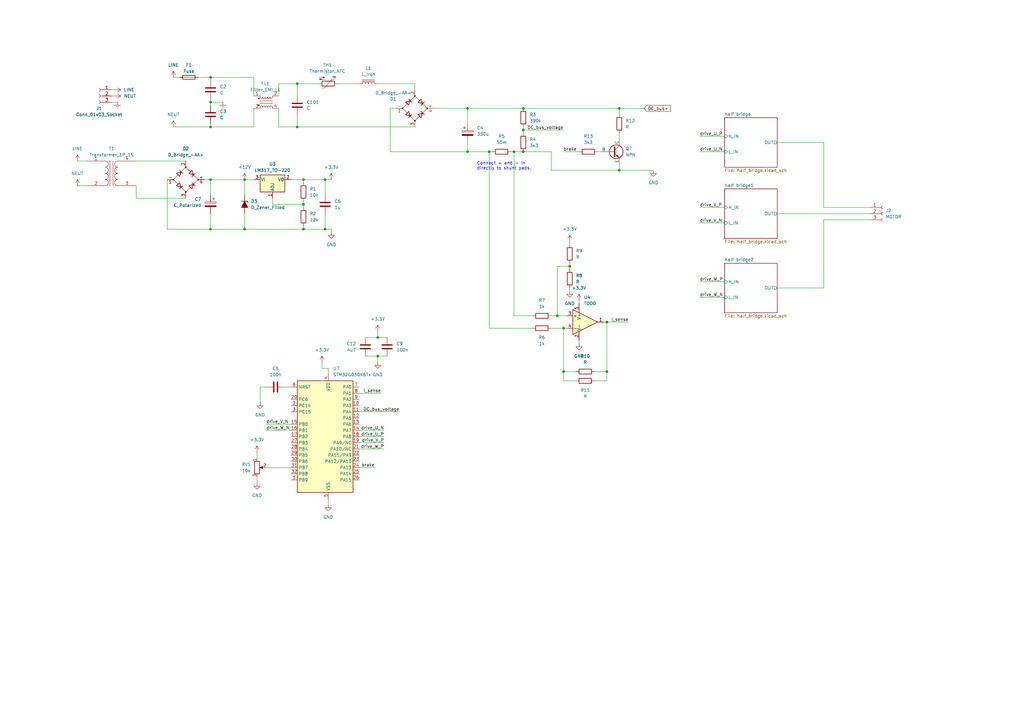
<source format=kicad_sch>
(kicad_sch (version 20230121) (generator eeschema)

  (uuid 414f31da-7c13-4935-9f72-eb09a6c11e7b)

  (paper "A3")

  (lib_symbols
    (symbol "Amplifier_Operational:AD8603" (pin_names (offset 0.127)) (in_bom yes) (on_board yes)
      (property "Reference" "U" (at 0 5.08 0)
        (effects (font (size 1.27 1.27)) (justify left))
      )
      (property "Value" "AD8603" (at 0 -5.08 0)
        (effects (font (size 1.27 1.27)) (justify left))
      )
      (property "Footprint" "Package_TO_SOT_SMD:TSOT-23-5" (at 0 0 0)
        (effects (font (size 1.27 1.27)) hide)
      )
      (property "Datasheet" "https://www.analog.com/media/en/technical-documentation/data-sheets/AD8603_8607_8609.pdf" (at 0 5.08 0)
        (effects (font (size 1.27 1.27)) hide)
      )
      (property "ki_keywords" "single opamp" (at 0 0 0)
        (effects (font (size 1.27 1.27)) hide)
      )
      (property "ki_description" "Precision Micropower, Low Noise CMOS, Rail-to-Rail Input/Output Operational Amplifier, TSOT-23-5" (at 0 0 0)
        (effects (font (size 1.27 1.27)) hide)
      )
      (property "ki_fp_filters" "TSOT*23*" (at 0 0 0)
        (effects (font (size 1.27 1.27)) hide)
      )
      (symbol "AD8603_0_1"
        (polyline
          (pts
            (xy -5.08 5.08)
            (xy 5.08 0)
            (xy -5.08 -5.08)
            (xy -5.08 5.08)
          )
          (stroke (width 0.254) (type default))
          (fill (type background))
        )
        (pin power_in line (at -2.54 -7.62 90) (length 3.81)
          (name "V-" (effects (font (size 1.27 1.27))))
          (number "2" (effects (font (size 1.27 1.27))))
        )
        (pin power_in line (at -2.54 7.62 270) (length 3.81)
          (name "V+" (effects (font (size 1.27 1.27))))
          (number "5" (effects (font (size 1.27 1.27))))
        )
      )
      (symbol "AD8603_1_1"
        (pin output line (at 7.62 0 180) (length 2.54)
          (name "~" (effects (font (size 1.27 1.27))))
          (number "1" (effects (font (size 1.27 1.27))))
        )
        (pin input line (at -7.62 2.54 0) (length 2.54)
          (name "+" (effects (font (size 1.27 1.27))))
          (number "3" (effects (font (size 1.27 1.27))))
        )
        (pin input line (at -7.62 -2.54 0) (length 2.54)
          (name "-" (effects (font (size 1.27 1.27))))
          (number "4" (effects (font (size 1.27 1.27))))
        )
      )
    )
    (symbol "Connector:Conn_01x03_Socket" (pin_names (offset 1.016) hide) (in_bom yes) (on_board yes)
      (property "Reference" "J" (at 0 5.08 0)
        (effects (font (size 1.27 1.27)))
      )
      (property "Value" "Conn_01x03_Socket" (at 0 -5.08 0)
        (effects (font (size 1.27 1.27)))
      )
      (property "Footprint" "" (at 0 0 0)
        (effects (font (size 1.27 1.27)) hide)
      )
      (property "Datasheet" "~" (at 0 0 0)
        (effects (font (size 1.27 1.27)) hide)
      )
      (property "ki_locked" "" (at 0 0 0)
        (effects (font (size 1.27 1.27)))
      )
      (property "ki_keywords" "connector" (at 0 0 0)
        (effects (font (size 1.27 1.27)) hide)
      )
      (property "ki_description" "Generic connector, single row, 01x03, script generated" (at 0 0 0)
        (effects (font (size 1.27 1.27)) hide)
      )
      (property "ki_fp_filters" "Connector*:*_1x??_*" (at 0 0 0)
        (effects (font (size 1.27 1.27)) hide)
      )
      (symbol "Conn_01x03_Socket_1_1"
        (arc (start 0 -2.032) (mid -0.5058 -2.54) (end 0 -3.048)
          (stroke (width 0.1524) (type default))
          (fill (type none))
        )
        (polyline
          (pts
            (xy -1.27 -2.54)
            (xy -0.508 -2.54)
          )
          (stroke (width 0.1524) (type default))
          (fill (type none))
        )
        (polyline
          (pts
            (xy -1.27 0)
            (xy -0.508 0)
          )
          (stroke (width 0.1524) (type default))
          (fill (type none))
        )
        (polyline
          (pts
            (xy -1.27 2.54)
            (xy -0.508 2.54)
          )
          (stroke (width 0.1524) (type default))
          (fill (type none))
        )
        (arc (start 0 0.508) (mid -0.5058 0) (end 0 -0.508)
          (stroke (width 0.1524) (type default))
          (fill (type none))
        )
        (arc (start 0 3.048) (mid -0.5058 2.54) (end 0 2.032)
          (stroke (width 0.1524) (type default))
          (fill (type none))
        )
        (pin passive line (at -5.08 2.54 0) (length 3.81)
          (name "Pin_1" (effects (font (size 1.27 1.27))))
          (number "1" (effects (font (size 1.27 1.27))))
        )
        (pin passive line (at -5.08 0 0) (length 3.81)
          (name "Pin_2" (effects (font (size 1.27 1.27))))
          (number "2" (effects (font (size 1.27 1.27))))
        )
        (pin passive line (at -5.08 -2.54 0) (length 3.81)
          (name "Pin_3" (effects (font (size 1.27 1.27))))
          (number "3" (effects (font (size 1.27 1.27))))
        )
      )
    )
    (symbol "Device:C" (pin_numbers hide) (pin_names (offset 0.254)) (in_bom yes) (on_board yes)
      (property "Reference" "C" (at 0.635 2.54 0)
        (effects (font (size 1.27 1.27)) (justify left))
      )
      (property "Value" "C" (at 0.635 -2.54 0)
        (effects (font (size 1.27 1.27)) (justify left))
      )
      (property "Footprint" "" (at 0.9652 -3.81 0)
        (effects (font (size 1.27 1.27)) hide)
      )
      (property "Datasheet" "~" (at 0 0 0)
        (effects (font (size 1.27 1.27)) hide)
      )
      (property "ki_keywords" "cap capacitor" (at 0 0 0)
        (effects (font (size 1.27 1.27)) hide)
      )
      (property "ki_description" "Unpolarized capacitor" (at 0 0 0)
        (effects (font (size 1.27 1.27)) hide)
      )
      (property "ki_fp_filters" "C_*" (at 0 0 0)
        (effects (font (size 1.27 1.27)) hide)
      )
      (symbol "C_0_1"
        (polyline
          (pts
            (xy -2.032 -0.762)
            (xy 2.032 -0.762)
          )
          (stroke (width 0.508) (type default))
          (fill (type none))
        )
        (polyline
          (pts
            (xy -2.032 0.762)
            (xy 2.032 0.762)
          )
          (stroke (width 0.508) (type default))
          (fill (type none))
        )
      )
      (symbol "C_1_1"
        (pin passive line (at 0 3.81 270) (length 2.794)
          (name "~" (effects (font (size 1.27 1.27))))
          (number "1" (effects (font (size 1.27 1.27))))
        )
        (pin passive line (at 0 -3.81 90) (length 2.794)
          (name "~" (effects (font (size 1.27 1.27))))
          (number "2" (effects (font (size 1.27 1.27))))
        )
      )
    )
    (symbol "Device:C_Polarized" (pin_numbers hide) (pin_names (offset 0.254)) (in_bom yes) (on_board yes)
      (property "Reference" "C" (at 0.635 2.54 0)
        (effects (font (size 1.27 1.27)) (justify left))
      )
      (property "Value" "C_Polarized" (at 0.635 -2.54 0)
        (effects (font (size 1.27 1.27)) (justify left))
      )
      (property "Footprint" "" (at 0.9652 -3.81 0)
        (effects (font (size 1.27 1.27)) hide)
      )
      (property "Datasheet" "~" (at 0 0 0)
        (effects (font (size 1.27 1.27)) hide)
      )
      (property "ki_keywords" "cap capacitor" (at 0 0 0)
        (effects (font (size 1.27 1.27)) hide)
      )
      (property "ki_description" "Polarized capacitor" (at 0 0 0)
        (effects (font (size 1.27 1.27)) hide)
      )
      (property "ki_fp_filters" "CP_*" (at 0 0 0)
        (effects (font (size 1.27 1.27)) hide)
      )
      (symbol "C_Polarized_0_1"
        (rectangle (start -2.286 0.508) (end 2.286 1.016)
          (stroke (width 0) (type default))
          (fill (type none))
        )
        (polyline
          (pts
            (xy -1.778 2.286)
            (xy -0.762 2.286)
          )
          (stroke (width 0) (type default))
          (fill (type none))
        )
        (polyline
          (pts
            (xy -1.27 2.794)
            (xy -1.27 1.778)
          )
          (stroke (width 0) (type default))
          (fill (type none))
        )
        (rectangle (start 2.286 -0.508) (end -2.286 -1.016)
          (stroke (width 0) (type default))
          (fill (type outline))
        )
      )
      (symbol "C_Polarized_1_1"
        (pin passive line (at 0 3.81 270) (length 2.794)
          (name "~" (effects (font (size 1.27 1.27))))
          (number "1" (effects (font (size 1.27 1.27))))
        )
        (pin passive line (at 0 -3.81 90) (length 2.794)
          (name "~" (effects (font (size 1.27 1.27))))
          (number "2" (effects (font (size 1.27 1.27))))
        )
      )
    )
    (symbol "Device:D_Bridge_-AA+" (pin_names (offset 0)) (in_bom yes) (on_board yes)
      (property "Reference" "D" (at 2.54 6.985 0)
        (effects (font (size 1.27 1.27)) (justify left))
      )
      (property "Value" "D_Bridge_-AA+" (at 2.54 5.08 0)
        (effects (font (size 1.27 1.27)) (justify left))
      )
      (property "Footprint" "" (at 0 0 0)
        (effects (font (size 1.27 1.27)) hide)
      )
      (property "Datasheet" "~" (at 0 0 0)
        (effects (font (size 1.27 1.27)) hide)
      )
      (property "ki_keywords" "rectifier ACDC" (at 0 0 0)
        (effects (font (size 1.27 1.27)) hide)
      )
      (property "ki_description" "Diode bridge, -ve/AC/AC/+ve" (at 0 0 0)
        (effects (font (size 1.27 1.27)) hide)
      )
      (property "ki_fp_filters" "D*Bridge* D*Rectifier*" (at 0 0 0)
        (effects (font (size 1.27 1.27)) hide)
      )
      (symbol "D_Bridge_-AA+_0_1"
        (circle (center -5.08 0) (radius 0.254)
          (stroke (width 0) (type default))
          (fill (type outline))
        )
        (circle (center 0 -5.08) (radius 0.254)
          (stroke (width 0) (type default))
          (fill (type outline))
        )
        (polyline
          (pts
            (xy -2.54 3.81)
            (xy -1.27 2.54)
          )
          (stroke (width 0.254) (type default))
          (fill (type none))
        )
        (polyline
          (pts
            (xy -1.27 -2.54)
            (xy -2.54 -3.81)
          )
          (stroke (width 0.254) (type default))
          (fill (type none))
        )
        (polyline
          (pts
            (xy 2.54 -1.27)
            (xy 3.81 -2.54)
          )
          (stroke (width 0.254) (type default))
          (fill (type none))
        )
        (polyline
          (pts
            (xy 2.54 1.27)
            (xy 3.81 2.54)
          )
          (stroke (width 0.254) (type default))
          (fill (type none))
        )
        (polyline
          (pts
            (xy -3.81 2.54)
            (xy -2.54 1.27)
            (xy -1.905 3.175)
            (xy -3.81 2.54)
          )
          (stroke (width 0.254) (type default))
          (fill (type none))
        )
        (polyline
          (pts
            (xy -2.54 -1.27)
            (xy -3.81 -2.54)
            (xy -1.905 -3.175)
            (xy -2.54 -1.27)
          )
          (stroke (width 0.254) (type default))
          (fill (type none))
        )
        (polyline
          (pts
            (xy 1.27 2.54)
            (xy 2.54 3.81)
            (xy 3.175 1.905)
            (xy 1.27 2.54)
          )
          (stroke (width 0.254) (type default))
          (fill (type none))
        )
        (polyline
          (pts
            (xy 3.175 -1.905)
            (xy 1.27 -2.54)
            (xy 2.54 -3.81)
            (xy 3.175 -1.905)
          )
          (stroke (width 0.254) (type default))
          (fill (type none))
        )
        (polyline
          (pts
            (xy -5.08 0)
            (xy 0 -5.08)
            (xy 5.08 0)
            (xy 0 5.08)
            (xy -5.08 0)
          )
          (stroke (width 0) (type default))
          (fill (type none))
        )
        (circle (center 0 5.08) (radius 0.254)
          (stroke (width 0) (type default))
          (fill (type outline))
        )
        (circle (center 5.08 0) (radius 0.254)
          (stroke (width 0) (type default))
          (fill (type outline))
        )
      )
      (symbol "D_Bridge_-AA+_1_1"
        (pin passive line (at -7.62 0 0) (length 2.54)
          (name "-" (effects (font (size 1.27 1.27))))
          (number "1" (effects (font (size 1.27 1.27))))
        )
        (pin passive line (at 0 7.62 270) (length 2.54)
          (name "~" (effects (font (size 1.27 1.27))))
          (number "2" (effects (font (size 1.27 1.27))))
        )
        (pin passive line (at 0 -7.62 90) (length 2.54)
          (name "~" (effects (font (size 1.27 1.27))))
          (number "3" (effects (font (size 1.27 1.27))))
        )
        (pin passive line (at 7.62 0 180) (length 2.54)
          (name "+" (effects (font (size 1.27 1.27))))
          (number "4" (effects (font (size 1.27 1.27))))
        )
      )
    )
    (symbol "Device:D_Zener_Filled" (pin_numbers hide) (pin_names (offset 1.016) hide) (in_bom yes) (on_board yes)
      (property "Reference" "D" (at 0 2.54 0)
        (effects (font (size 1.27 1.27)))
      )
      (property "Value" "D_Zener_Filled" (at 0 -2.54 0)
        (effects (font (size 1.27 1.27)))
      )
      (property "Footprint" "" (at 0 0 0)
        (effects (font (size 1.27 1.27)) hide)
      )
      (property "Datasheet" "~" (at 0 0 0)
        (effects (font (size 1.27 1.27)) hide)
      )
      (property "ki_keywords" "diode" (at 0 0 0)
        (effects (font (size 1.27 1.27)) hide)
      )
      (property "ki_description" "Zener diode, filled shape" (at 0 0 0)
        (effects (font (size 1.27 1.27)) hide)
      )
      (property "ki_fp_filters" "TO-???* *_Diode_* *SingleDiode* D_*" (at 0 0 0)
        (effects (font (size 1.27 1.27)) hide)
      )
      (symbol "D_Zener_Filled_0_1"
        (polyline
          (pts
            (xy 1.27 0)
            (xy -1.27 0)
          )
          (stroke (width 0) (type default))
          (fill (type none))
        )
        (polyline
          (pts
            (xy -1.27 -1.27)
            (xy -1.27 1.27)
            (xy -0.762 1.27)
          )
          (stroke (width 0.254) (type default))
          (fill (type none))
        )
        (polyline
          (pts
            (xy 1.27 -1.27)
            (xy 1.27 1.27)
            (xy -1.27 0)
            (xy 1.27 -1.27)
          )
          (stroke (width 0.254) (type default))
          (fill (type outline))
        )
      )
      (symbol "D_Zener_Filled_1_1"
        (pin passive line (at -3.81 0 0) (length 2.54)
          (name "K" (effects (font (size 1.27 1.27))))
          (number "1" (effects (font (size 1.27 1.27))))
        )
        (pin passive line (at 3.81 0 180) (length 2.54)
          (name "A" (effects (font (size 1.27 1.27))))
          (number "2" (effects (font (size 1.27 1.27))))
        )
      )
    )
    (symbol "Device:Filter_EMI_LL" (pin_names (offset 0.254) hide) (in_bom yes) (on_board yes)
      (property "Reference" "FL" (at 0 4.445 0)
        (effects (font (size 1.27 1.27)))
      )
      (property "Value" "Filter_EMI_LL" (at 0 -4.445 0)
        (effects (font (size 1.27 1.27)))
      )
      (property "Footprint" "" (at 0 1.016 0)
        (effects (font (size 1.27 1.27)) hide)
      )
      (property "Datasheet" "~" (at 0 1.016 0)
        (effects (font (size 1.27 1.27)) hide)
      )
      (property "ki_keywords" "EMI filter" (at 0 0 0)
        (effects (font (size 1.27 1.27)) hide)
      )
      (property "ki_description" "EMI 2-inductor filter" (at 0 0 0)
        (effects (font (size 1.27 1.27)) hide)
      )
      (property "ki_fp_filters" "L_* L_CommonMode*" (at 0 0 0)
        (effects (font (size 1.27 1.27)) hide)
      )
      (symbol "Filter_EMI_LL_0_1"
        (circle (center -3.048 -1.27) (radius 0.254)
          (stroke (width 0) (type default))
          (fill (type outline))
        )
        (circle (center -3.048 1.524) (radius 0.254)
          (stroke (width 0) (type default))
          (fill (type outline))
        )
        (arc (start -2.54 2.032) (mid -2.032 1.5262) (end -1.524 2.032)
          (stroke (width 0) (type default))
          (fill (type none))
        )
        (arc (start -1.524 -2.032) (mid -2.032 -1.5262) (end -2.54 -2.032)
          (stroke (width 0) (type default))
          (fill (type none))
        )
        (arc (start -1.524 2.032) (mid -1.016 1.5262) (end -0.508 2.032)
          (stroke (width 0) (type default))
          (fill (type none))
        )
        (arc (start -0.508 -2.032) (mid -1.016 -1.5262) (end -1.524 -2.032)
          (stroke (width 0) (type default))
          (fill (type none))
        )
        (arc (start -0.508 2.032) (mid 0 1.5262) (end 0.508 2.032)
          (stroke (width 0) (type default))
          (fill (type none))
        )
        (polyline
          (pts
            (xy -2.54 -2.032)
            (xy -2.54 -2.54)
          )
          (stroke (width 0) (type default))
          (fill (type none))
        )
        (polyline
          (pts
            (xy -2.54 0.508)
            (xy 2.54 0.508)
          )
          (stroke (width 0) (type default))
          (fill (type none))
        )
        (polyline
          (pts
            (xy -2.54 2.032)
            (xy -2.54 2.54)
          )
          (stroke (width 0) (type default))
          (fill (type none))
        )
        (polyline
          (pts
            (xy 2.54 -2.032)
            (xy 2.54 -2.54)
          )
          (stroke (width 0) (type default))
          (fill (type none))
        )
        (polyline
          (pts
            (xy 2.54 -0.508)
            (xy -2.54 -0.508)
          )
          (stroke (width 0) (type default))
          (fill (type none))
        )
        (polyline
          (pts
            (xy 2.54 2.54)
            (xy 2.54 2.032)
          )
          (stroke (width 0) (type default))
          (fill (type none))
        )
        (arc (start 0.508 -2.032) (mid 0 -1.5262) (end -0.508 -2.032)
          (stroke (width 0) (type default))
          (fill (type none))
        )
        (arc (start 0.508 2.032) (mid 1.016 1.5262) (end 1.524 2.032)
          (stroke (width 0) (type default))
          (fill (type none))
        )
        (arc (start 1.524 -2.032) (mid 1.016 -1.5262) (end 0.508 -2.032)
          (stroke (width 0) (type default))
          (fill (type none))
        )
        (arc (start 1.524 2.032) (mid 2.032 1.5262) (end 2.54 2.032)
          (stroke (width 0) (type default))
          (fill (type none))
        )
        (arc (start 2.54 -2.032) (mid 2.032 -1.5262) (end 1.524 -2.032)
          (stroke (width 0) (type default))
          (fill (type none))
        )
      )
      (symbol "Filter_EMI_LL_1_1"
        (pin passive line (at -5.08 2.54 0) (length 2.54)
          (name "1" (effects (font (size 1.27 1.27))))
          (number "1" (effects (font (size 1.27 1.27))))
        )
        (pin passive line (at 5.08 2.54 180) (length 2.54)
          (name "2" (effects (font (size 1.27 1.27))))
          (number "2" (effects (font (size 1.27 1.27))))
        )
        (pin passive line (at -5.08 -2.54 0) (length 2.54)
          (name "3" (effects (font (size 1.27 1.27))))
          (number "3" (effects (font (size 1.27 1.27))))
        )
        (pin passive line (at 5.08 -2.54 180) (length 2.54)
          (name "4" (effects (font (size 1.27 1.27))))
          (number "4" (effects (font (size 1.27 1.27))))
        )
      )
    )
    (symbol "Device:Fuse" (pin_numbers hide) (pin_names (offset 0)) (in_bom yes) (on_board yes)
      (property "Reference" "F" (at 2.032 0 90)
        (effects (font (size 1.27 1.27)))
      )
      (property "Value" "Fuse" (at -1.905 0 90)
        (effects (font (size 1.27 1.27)))
      )
      (property "Footprint" "" (at -1.778 0 90)
        (effects (font (size 1.27 1.27)) hide)
      )
      (property "Datasheet" "~" (at 0 0 0)
        (effects (font (size 1.27 1.27)) hide)
      )
      (property "ki_keywords" "fuse" (at 0 0 0)
        (effects (font (size 1.27 1.27)) hide)
      )
      (property "ki_description" "Fuse" (at 0 0 0)
        (effects (font (size 1.27 1.27)) hide)
      )
      (property "ki_fp_filters" "*Fuse*" (at 0 0 0)
        (effects (font (size 1.27 1.27)) hide)
      )
      (symbol "Fuse_0_1"
        (rectangle (start -0.762 -2.54) (end 0.762 2.54)
          (stroke (width 0.254) (type default))
          (fill (type none))
        )
        (polyline
          (pts
            (xy 0 2.54)
            (xy 0 -2.54)
          )
          (stroke (width 0) (type default))
          (fill (type none))
        )
      )
      (symbol "Fuse_1_1"
        (pin passive line (at 0 3.81 270) (length 1.27)
          (name "~" (effects (font (size 1.27 1.27))))
          (number "1" (effects (font (size 1.27 1.27))))
        )
        (pin passive line (at 0 -3.81 90) (length 1.27)
          (name "~" (effects (font (size 1.27 1.27))))
          (number "2" (effects (font (size 1.27 1.27))))
        )
      )
    )
    (symbol "Device:L_Iron" (pin_numbers hide) (pin_names (offset 1.016) hide) (in_bom yes) (on_board yes)
      (property "Reference" "L" (at -1.27 0 90)
        (effects (font (size 1.27 1.27)))
      )
      (property "Value" "L_Iron" (at 2.794 0 90)
        (effects (font (size 1.27 1.27)))
      )
      (property "Footprint" "" (at 0 0 0)
        (effects (font (size 1.27 1.27)) hide)
      )
      (property "Datasheet" "~" (at 0 0 0)
        (effects (font (size 1.27 1.27)) hide)
      )
      (property "ki_keywords" "inductor choke coil reactor magnetic" (at 0 0 0)
        (effects (font (size 1.27 1.27)) hide)
      )
      (property "ki_description" "Inductor with iron core" (at 0 0 0)
        (effects (font (size 1.27 1.27)) hide)
      )
      (property "ki_fp_filters" "Choke_* *Coil* Inductor_* L_*" (at 0 0 0)
        (effects (font (size 1.27 1.27)) hide)
      )
      (symbol "L_Iron_0_1"
        (arc (start 0 -2.54) (mid 0.6323 -1.905) (end 0 -1.27)
          (stroke (width 0) (type default))
          (fill (type none))
        )
        (arc (start 0 -1.27) (mid 0.6323 -0.635) (end 0 0)
          (stroke (width 0) (type default))
          (fill (type none))
        )
        (polyline
          (pts
            (xy 1.016 2.54)
            (xy 1.016 -2.54)
          )
          (stroke (width 0) (type default))
          (fill (type none))
        )
        (polyline
          (pts
            (xy 1.524 -2.54)
            (xy 1.524 2.54)
          )
          (stroke (width 0) (type default))
          (fill (type none))
        )
        (arc (start 0 0) (mid 0.6323 0.635) (end 0 1.27)
          (stroke (width 0) (type default))
          (fill (type none))
        )
        (arc (start 0 1.27) (mid 0.6323 1.905) (end 0 2.54)
          (stroke (width 0) (type default))
          (fill (type none))
        )
      )
      (symbol "L_Iron_1_1"
        (pin passive line (at 0 3.81 270) (length 1.27)
          (name "1" (effects (font (size 1.27 1.27))))
          (number "1" (effects (font (size 1.27 1.27))))
        )
        (pin passive line (at 0 -3.81 90) (length 1.27)
          (name "2" (effects (font (size 1.27 1.27))))
          (number "2" (effects (font (size 1.27 1.27))))
        )
      )
    )
    (symbol "Device:R" (pin_numbers hide) (pin_names (offset 0)) (in_bom yes) (on_board yes)
      (property "Reference" "R" (at 2.032 0 90)
        (effects (font (size 1.27 1.27)))
      )
      (property "Value" "R" (at 0 0 90)
        (effects (font (size 1.27 1.27)))
      )
      (property "Footprint" "" (at -1.778 0 90)
        (effects (font (size 1.27 1.27)) hide)
      )
      (property "Datasheet" "~" (at 0 0 0)
        (effects (font (size 1.27 1.27)) hide)
      )
      (property "ki_keywords" "R res resistor" (at 0 0 0)
        (effects (font (size 1.27 1.27)) hide)
      )
      (property "ki_description" "Resistor" (at 0 0 0)
        (effects (font (size 1.27 1.27)) hide)
      )
      (property "ki_fp_filters" "R_*" (at 0 0 0)
        (effects (font (size 1.27 1.27)) hide)
      )
      (symbol "R_0_1"
        (rectangle (start -1.016 -2.54) (end 1.016 2.54)
          (stroke (width 0.254) (type default))
          (fill (type none))
        )
      )
      (symbol "R_1_1"
        (pin passive line (at 0 3.81 270) (length 1.27)
          (name "~" (effects (font (size 1.27 1.27))))
          (number "1" (effects (font (size 1.27 1.27))))
        )
        (pin passive line (at 0 -3.81 90) (length 1.27)
          (name "~" (effects (font (size 1.27 1.27))))
          (number "2" (effects (font (size 1.27 1.27))))
        )
      )
    )
    (symbol "Device:R_Potentiometer" (pin_names (offset 1.016) hide) (in_bom yes) (on_board yes)
      (property "Reference" "RV" (at -4.445 0 90)
        (effects (font (size 1.27 1.27)))
      )
      (property "Value" "R_Potentiometer" (at -2.54 0 90)
        (effects (font (size 1.27 1.27)))
      )
      (property "Footprint" "" (at 0 0 0)
        (effects (font (size 1.27 1.27)) hide)
      )
      (property "Datasheet" "~" (at 0 0 0)
        (effects (font (size 1.27 1.27)) hide)
      )
      (property "ki_keywords" "resistor variable" (at 0 0 0)
        (effects (font (size 1.27 1.27)) hide)
      )
      (property "ki_description" "Potentiometer" (at 0 0 0)
        (effects (font (size 1.27 1.27)) hide)
      )
      (property "ki_fp_filters" "Potentiometer*" (at 0 0 0)
        (effects (font (size 1.27 1.27)) hide)
      )
      (symbol "R_Potentiometer_0_1"
        (polyline
          (pts
            (xy 2.54 0)
            (xy 1.524 0)
          )
          (stroke (width 0) (type default))
          (fill (type none))
        )
        (polyline
          (pts
            (xy 1.143 0)
            (xy 2.286 0.508)
            (xy 2.286 -0.508)
            (xy 1.143 0)
          )
          (stroke (width 0) (type default))
          (fill (type outline))
        )
        (rectangle (start 1.016 2.54) (end -1.016 -2.54)
          (stroke (width 0.254) (type default))
          (fill (type none))
        )
      )
      (symbol "R_Potentiometer_1_1"
        (pin passive line (at 0 3.81 270) (length 1.27)
          (name "1" (effects (font (size 1.27 1.27))))
          (number "1" (effects (font (size 1.27 1.27))))
        )
        (pin passive line (at 3.81 0 180) (length 1.27)
          (name "2" (effects (font (size 1.27 1.27))))
          (number "2" (effects (font (size 1.27 1.27))))
        )
        (pin passive line (at 0 -3.81 90) (length 1.27)
          (name "3" (effects (font (size 1.27 1.27))))
          (number "3" (effects (font (size 1.27 1.27))))
        )
      )
    )
    (symbol "Device:Thermistor_NTC" (pin_numbers hide) (pin_names (offset 0)) (in_bom yes) (on_board yes)
      (property "Reference" "TH" (at -4.445 0 90)
        (effects (font (size 1.27 1.27)))
      )
      (property "Value" "Thermistor_NTC" (at 3.175 0 90)
        (effects (font (size 1.27 1.27)))
      )
      (property "Footprint" "" (at 0 1.27 0)
        (effects (font (size 1.27 1.27)) hide)
      )
      (property "Datasheet" "~" (at 0 1.27 0)
        (effects (font (size 1.27 1.27)) hide)
      )
      (property "ki_keywords" "thermistor NTC resistor sensor RTD" (at 0 0 0)
        (effects (font (size 1.27 1.27)) hide)
      )
      (property "ki_description" "Temperature dependent resistor, negative temperature coefficient" (at 0 0 0)
        (effects (font (size 1.27 1.27)) hide)
      )
      (property "ki_fp_filters" "*NTC* *Thermistor* PIN?ARRAY* bornier* *Terminal?Block* R_*" (at 0 0 0)
        (effects (font (size 1.27 1.27)) hide)
      )
      (symbol "Thermistor_NTC_0_1"
        (arc (start -3.048 2.159) (mid -3.0495 2.3143) (end -3.175 2.413)
          (stroke (width 0) (type default))
          (fill (type none))
        )
        (arc (start -3.048 2.159) (mid -2.9736 1.9794) (end -2.794 1.905)
          (stroke (width 0) (type default))
          (fill (type none))
        )
        (arc (start -3.048 2.794) (mid -2.9736 2.6144) (end -2.794 2.54)
          (stroke (width 0) (type default))
          (fill (type none))
        )
        (arc (start -2.794 1.905) (mid -2.6144 1.9794) (end -2.54 2.159)
          (stroke (width 0) (type default))
          (fill (type none))
        )
        (arc (start -2.794 2.54) (mid -2.4393 2.5587) (end -2.159 2.794)
          (stroke (width 0) (type default))
          (fill (type none))
        )
        (arc (start -2.794 3.048) (mid -2.9736 2.9736) (end -3.048 2.794)
          (stroke (width 0) (type default))
          (fill (type none))
        )
        (arc (start -2.54 2.794) (mid -2.6144 2.9736) (end -2.794 3.048)
          (stroke (width 0) (type default))
          (fill (type none))
        )
        (rectangle (start -1.016 2.54) (end 1.016 -2.54)
          (stroke (width 0.254) (type default))
          (fill (type none))
        )
        (polyline
          (pts
            (xy -2.54 2.159)
            (xy -2.54 2.794)
          )
          (stroke (width 0) (type default))
          (fill (type none))
        )
        (polyline
          (pts
            (xy -1.778 2.54)
            (xy -1.778 1.524)
            (xy 1.778 -1.524)
            (xy 1.778 -2.54)
          )
          (stroke (width 0) (type default))
          (fill (type none))
        )
        (polyline
          (pts
            (xy -2.54 -3.683)
            (xy -2.54 -1.397)
            (xy -2.794 -2.159)
            (xy -2.286 -2.159)
            (xy -2.54 -1.397)
            (xy -2.54 -1.651)
          )
          (stroke (width 0) (type default))
          (fill (type outline))
        )
        (polyline
          (pts
            (xy -1.778 -1.397)
            (xy -1.778 -3.683)
            (xy -2.032 -2.921)
            (xy -1.524 -2.921)
            (xy -1.778 -3.683)
            (xy -1.778 -3.429)
          )
          (stroke (width 0) (type default))
          (fill (type outline))
        )
      )
      (symbol "Thermistor_NTC_1_1"
        (pin passive line (at 0 3.81 270) (length 1.27)
          (name "~" (effects (font (size 1.27 1.27))))
          (number "1" (effects (font (size 1.27 1.27))))
        )
        (pin passive line (at 0 -3.81 90) (length 1.27)
          (name "~" (effects (font (size 1.27 1.27))))
          (number "2" (effects (font (size 1.27 1.27))))
        )
      )
    )
    (symbol "Device:Transformer_1P_1S" (pin_names (offset 1.016) hide) (in_bom yes) (on_board yes)
      (property "Reference" "T" (at 0 6.35 0)
        (effects (font (size 1.27 1.27)))
      )
      (property "Value" "Transformer_1P_1S" (at 0 -7.62 0)
        (effects (font (size 1.27 1.27)))
      )
      (property "Footprint" "" (at 0 0 0)
        (effects (font (size 1.27 1.27)) hide)
      )
      (property "Datasheet" "~" (at 0 0 0)
        (effects (font (size 1.27 1.27)) hide)
      )
      (property "ki_keywords" "transformer coil magnet" (at 0 0 0)
        (effects (font (size 1.27 1.27)) hide)
      )
      (property "ki_description" "Transformer, single primary, single secondary" (at 0 0 0)
        (effects (font (size 1.27 1.27)) hide)
      )
      (symbol "Transformer_1P_1S_0_1"
        (arc (start -2.54 -5.0546) (mid -1.6599 -4.6901) (end -1.27 -3.81)
          (stroke (width 0) (type default))
          (fill (type none))
        )
        (arc (start -2.54 -2.5146) (mid -1.6599 -2.1501) (end -1.27 -1.27)
          (stroke (width 0) (type default))
          (fill (type none))
        )
        (arc (start -2.54 0.0254) (mid -1.6599 0.3899) (end -1.27 1.27)
          (stroke (width 0) (type default))
          (fill (type none))
        )
        (arc (start -2.54 2.5654) (mid -1.6599 2.9299) (end -1.27 3.81)
          (stroke (width 0) (type default))
          (fill (type none))
        )
        (arc (start -1.27 -3.81) (mid -1.642 -2.912) (end -2.54 -2.54)
          (stroke (width 0) (type default))
          (fill (type none))
        )
        (arc (start -1.27 -1.27) (mid -1.642 -0.372) (end -2.54 0)
          (stroke (width 0) (type default))
          (fill (type none))
        )
        (arc (start -1.27 1.27) (mid -1.642 2.168) (end -2.54 2.54)
          (stroke (width 0) (type default))
          (fill (type none))
        )
        (arc (start -1.27 3.81) (mid -1.642 4.708) (end -2.54 5.08)
          (stroke (width 0) (type default))
          (fill (type none))
        )
        (polyline
          (pts
            (xy -0.635 5.08)
            (xy -0.635 -5.08)
          )
          (stroke (width 0) (type default))
          (fill (type none))
        )
        (polyline
          (pts
            (xy 0.635 -5.08)
            (xy 0.635 5.08)
          )
          (stroke (width 0) (type default))
          (fill (type none))
        )
        (arc (start 1.2954 -1.27) (mid 1.6599 -2.1501) (end 2.54 -2.5146)
          (stroke (width 0) (type default))
          (fill (type none))
        )
        (arc (start 1.2954 1.27) (mid 1.6599 0.3899) (end 2.54 0.0254)
          (stroke (width 0) (type default))
          (fill (type none))
        )
        (arc (start 1.2954 3.81) (mid 1.6599 2.9299) (end 2.54 2.5654)
          (stroke (width 0) (type default))
          (fill (type none))
        )
        (arc (start 1.3208 -3.81) (mid 1.6853 -4.6901) (end 2.5654 -5.0546)
          (stroke (width 0) (type default))
          (fill (type none))
        )
        (arc (start 2.54 0) (mid 1.642 -0.372) (end 1.2954 -1.27)
          (stroke (width 0) (type default))
          (fill (type none))
        )
        (arc (start 2.54 2.54) (mid 1.642 2.168) (end 1.2954 1.27)
          (stroke (width 0) (type default))
          (fill (type none))
        )
        (arc (start 2.54 5.08) (mid 1.642 4.708) (end 1.2954 3.81)
          (stroke (width 0) (type default))
          (fill (type none))
        )
        (arc (start 2.5654 -2.54) (mid 1.6674 -2.912) (end 1.3208 -3.81)
          (stroke (width 0) (type default))
          (fill (type none))
        )
      )
      (symbol "Transformer_1P_1S_1_1"
        (pin passive line (at -10.16 5.08 0) (length 7.62)
          (name "AA" (effects (font (size 1.27 1.27))))
          (number "1" (effects (font (size 1.27 1.27))))
        )
        (pin passive line (at -10.16 -5.08 0) (length 7.62)
          (name "AB" (effects (font (size 1.27 1.27))))
          (number "2" (effects (font (size 1.27 1.27))))
        )
        (pin passive line (at 10.16 -5.08 180) (length 7.62)
          (name "SA" (effects (font (size 1.27 1.27))))
          (number "3" (effects (font (size 1.27 1.27))))
        )
        (pin passive line (at 10.16 5.08 180) (length 7.62)
          (name "SB" (effects (font (size 1.27 1.27))))
          (number "4" (effects (font (size 1.27 1.27))))
        )
      )
    )
    (symbol "MCU_ST_STM32G0:STM32G030K6Tx" (in_bom yes) (on_board yes)
      (property "Reference" "U" (at -10.16 24.13 0)
        (effects (font (size 1.27 1.27)) (justify left))
      )
      (property "Value" "STM32G030K6Tx" (at 5.08 24.13 0)
        (effects (font (size 1.27 1.27)) (justify left))
      )
      (property "Footprint" "Package_QFP:LQFP-32_7x7mm_P0.8mm" (at -10.16 -22.86 0)
        (effects (font (size 1.27 1.27)) (justify right) hide)
      )
      (property "Datasheet" "https://www.st.com/resource/en/datasheet/stm32g030k6.pdf" (at 0 0 0)
        (effects (font (size 1.27 1.27)) hide)
      )
      (property "ki_locked" "" (at 0 0 0)
        (effects (font (size 1.27 1.27)))
      )
      (property "ki_keywords" "Arm Cortex-M0+ STM32G0 STM32G0x0 Value line" (at 0 0 0)
        (effects (font (size 1.27 1.27)) hide)
      )
      (property "ki_description" "STMicroelectronics Arm Cortex-M0+ MCU, 32KB flash, 8KB RAM, 64 MHz, 2.0-3.6V, 29 GPIO, LQFP32" (at 0 0 0)
        (effects (font (size 1.27 1.27)) hide)
      )
      (property "ki_fp_filters" "LQFP*7x7mm*P0.8mm*" (at 0 0 0)
        (effects (font (size 1.27 1.27)) hide)
      )
      (symbol "STM32G030K6Tx_0_1"
        (rectangle (start -10.16 -22.86) (end 12.7 22.86)
          (stroke (width 0.254) (type default))
          (fill (type background))
        )
      )
      (symbol "STM32G030K6Tx_1_1"
        (pin bidirectional line (at -12.7 -17.78 0) (length 2.54)
          (name "PB9" (effects (font (size 1.27 1.27))))
          (number "1" (effects (font (size 1.27 1.27))))
          (alternate "I2C1_SDA" bidirectional line)
          (alternate "IR_OUT" bidirectional line)
          (alternate "SPI2_NSS" bidirectional line)
          (alternate "TIM17_CH1" bidirectional line)
        )
        (pin bidirectional line (at 15.24 12.7 180) (length 2.54)
          (name "PA3" (effects (font (size 1.27 1.27))))
          (number "10" (effects (font (size 1.27 1.27))))
          (alternate "ADC1_IN3" bidirectional line)
          (alternate "SPI2_MISO" bidirectional line)
          (alternate "USART2_RX" bidirectional line)
        )
        (pin bidirectional line (at 15.24 10.16 180) (length 2.54)
          (name "PA4" (effects (font (size 1.27 1.27))))
          (number "11" (effects (font (size 1.27 1.27))))
          (alternate "ADC1_IN4" bidirectional line)
          (alternate "I2S1_WS" bidirectional line)
          (alternate "RTC_OUT_ALARM" bidirectional line)
          (alternate "RTC_OUT_CALIB" bidirectional line)
          (alternate "RTC_TAMP_IN1" bidirectional line)
          (alternate "RTC_TS" bidirectional line)
          (alternate "SPI1_NSS" bidirectional line)
          (alternate "SPI2_MOSI" bidirectional line)
          (alternate "SYS_WKUP2" bidirectional line)
          (alternate "TIM14_CH1" bidirectional line)
        )
        (pin bidirectional line (at 15.24 7.62 180) (length 2.54)
          (name "PA5" (effects (font (size 1.27 1.27))))
          (number "12" (effects (font (size 1.27 1.27))))
          (alternate "ADC1_IN5" bidirectional line)
          (alternate "I2S1_CK" bidirectional line)
          (alternate "SPI1_SCK" bidirectional line)
        )
        (pin bidirectional line (at 15.24 5.08 180) (length 2.54)
          (name "PA6" (effects (font (size 1.27 1.27))))
          (number "13" (effects (font (size 1.27 1.27))))
          (alternate "ADC1_IN6" bidirectional line)
          (alternate "I2S1_MCK" bidirectional line)
          (alternate "SPI1_MISO" bidirectional line)
          (alternate "TIM16_CH1" bidirectional line)
          (alternate "TIM1_BK" bidirectional line)
          (alternate "TIM3_CH1" bidirectional line)
        )
        (pin bidirectional line (at 15.24 2.54 180) (length 2.54)
          (name "PA7" (effects (font (size 1.27 1.27))))
          (number "14" (effects (font (size 1.27 1.27))))
          (alternate "ADC1_IN7" bidirectional line)
          (alternate "I2S1_SD" bidirectional line)
          (alternate "SPI1_MOSI" bidirectional line)
          (alternate "TIM14_CH1" bidirectional line)
          (alternate "TIM17_CH1" bidirectional line)
          (alternate "TIM1_CH1N" bidirectional line)
          (alternate "TIM3_CH2" bidirectional line)
        )
        (pin bidirectional line (at -12.7 5.08 0) (length 2.54)
          (name "PB0" (effects (font (size 1.27 1.27))))
          (number "15" (effects (font (size 1.27 1.27))))
          (alternate "ADC1_IN8" bidirectional line)
          (alternate "I2S1_WS" bidirectional line)
          (alternate "SPI1_NSS" bidirectional line)
          (alternate "TIM1_CH2N" bidirectional line)
          (alternate "TIM3_CH3" bidirectional line)
        )
        (pin bidirectional line (at -12.7 2.54 0) (length 2.54)
          (name "PB1" (effects (font (size 1.27 1.27))))
          (number "16" (effects (font (size 1.27 1.27))))
          (alternate "ADC1_IN9" bidirectional line)
          (alternate "TIM14_CH1" bidirectional line)
          (alternate "TIM1_CH3N" bidirectional line)
          (alternate "TIM3_CH4" bidirectional line)
        )
        (pin bidirectional line (at -12.7 0 0) (length 2.54)
          (name "PB2" (effects (font (size 1.27 1.27))))
          (number "17" (effects (font (size 1.27 1.27))))
          (alternate "ADC1_IN10" bidirectional line)
          (alternate "SPI2_MISO" bidirectional line)
        )
        (pin bidirectional line (at 15.24 0 180) (length 2.54)
          (name "PA8" (effects (font (size 1.27 1.27))))
          (number "18" (effects (font (size 1.27 1.27))))
          (alternate "RCC_MCO" bidirectional line)
          (alternate "SPI2_NSS" bidirectional line)
          (alternate "TIM1_CH1" bidirectional line)
        )
        (pin bidirectional line (at 15.24 -2.54 180) (length 2.54)
          (name "PA9/NC" (effects (font (size 1.27 1.27))))
          (number "19" (effects (font (size 1.27 1.27))))
          (alternate "I2C1_SCL" bidirectional line)
          (alternate "RCC_MCO" bidirectional line)
          (alternate "SPI2_MISO" bidirectional line)
          (alternate "TIM1_CH2" bidirectional line)
          (alternate "USART1_TX" bidirectional line)
        )
        (pin bidirectional line (at -12.7 12.7 0) (length 2.54)
          (name "PC14" (effects (font (size 1.27 1.27))))
          (number "2" (effects (font (size 1.27 1.27))))
          (alternate "RCC_OSC32_IN" bidirectional line)
          (alternate "RCC_OSC_IN" bidirectional line)
          (alternate "TIM1_BK2" bidirectional line)
        )
        (pin bidirectional line (at -12.7 15.24 0) (length 2.54)
          (name "PC6" (effects (font (size 1.27 1.27))))
          (number "20" (effects (font (size 1.27 1.27))))
          (alternate "TIM3_CH1" bidirectional line)
        )
        (pin bidirectional line (at 15.24 -5.08 180) (length 2.54)
          (name "PA10/NC" (effects (font (size 1.27 1.27))))
          (number "21" (effects (font (size 1.27 1.27))))
          (alternate "I2C1_SDA" bidirectional line)
          (alternate "SPI2_MOSI" bidirectional line)
          (alternate "TIM17_BK" bidirectional line)
          (alternate "TIM1_CH3" bidirectional line)
          (alternate "USART1_RX" bidirectional line)
        )
        (pin bidirectional line (at 15.24 -7.62 180) (length 2.54)
          (name "PA11/PA9" (effects (font (size 1.27 1.27))))
          (number "22" (effects (font (size 1.27 1.27))))
          (alternate "ADC1_EXTI11" bidirectional line)
          (alternate "ADC1_IN15" bidirectional line)
          (alternate "I2C2_SCL" bidirectional line)
          (alternate "I2S1_MCK" bidirectional line)
          (alternate "SPI1_MISO" bidirectional line)
          (alternate "TIM1_BK2" bidirectional line)
          (alternate "TIM1_CH4" bidirectional line)
          (alternate "USART1_CTS" bidirectional line)
          (alternate "USART1_NSS" bidirectional line)
        )
        (pin bidirectional line (at 15.24 -10.16 180) (length 2.54)
          (name "PA12/PA10" (effects (font (size 1.27 1.27))))
          (number "23" (effects (font (size 1.27 1.27))))
          (alternate "ADC1_IN16" bidirectional line)
          (alternate "I2C2_SDA" bidirectional line)
          (alternate "I2S1_SD" bidirectional line)
          (alternate "I2S_CKIN" bidirectional line)
          (alternate "SPI1_MOSI" bidirectional line)
          (alternate "TIM1_ETR" bidirectional line)
          (alternate "USART1_CK" bidirectional line)
          (alternate "USART1_DE" bidirectional line)
          (alternate "USART1_RTS" bidirectional line)
        )
        (pin bidirectional line (at 15.24 -12.7 180) (length 2.54)
          (name "PA13" (effects (font (size 1.27 1.27))))
          (number "24" (effects (font (size 1.27 1.27))))
          (alternate "ADC1_IN17" bidirectional line)
          (alternate "IR_OUT" bidirectional line)
          (alternate "SYS_SWDIO" bidirectional line)
        )
        (pin bidirectional line (at 15.24 -15.24 180) (length 2.54)
          (name "PA14" (effects (font (size 1.27 1.27))))
          (number "25" (effects (font (size 1.27 1.27))))
          (alternate "ADC1_IN18" bidirectional line)
          (alternate "SYS_SWCLK" bidirectional line)
          (alternate "USART2_TX" bidirectional line)
        )
        (pin bidirectional line (at 15.24 -17.78 180) (length 2.54)
          (name "PA15" (effects (font (size 1.27 1.27))))
          (number "26" (effects (font (size 1.27 1.27))))
          (alternate "I2S1_WS" bidirectional line)
          (alternate "SPI1_NSS" bidirectional line)
          (alternate "USART2_RX" bidirectional line)
        )
        (pin bidirectional line (at -12.7 -2.54 0) (length 2.54)
          (name "PB3" (effects (font (size 1.27 1.27))))
          (number "27" (effects (font (size 1.27 1.27))))
          (alternate "I2S1_CK" bidirectional line)
          (alternate "SPI1_SCK" bidirectional line)
          (alternate "TIM1_CH2" bidirectional line)
          (alternate "USART1_CK" bidirectional line)
          (alternate "USART1_DE" bidirectional line)
          (alternate "USART1_RTS" bidirectional line)
        )
        (pin bidirectional line (at -12.7 -5.08 0) (length 2.54)
          (name "PB4" (effects (font (size 1.27 1.27))))
          (number "28" (effects (font (size 1.27 1.27))))
          (alternate "I2S1_MCK" bidirectional line)
          (alternate "SPI1_MISO" bidirectional line)
          (alternate "TIM17_BK" bidirectional line)
          (alternate "TIM3_CH1" bidirectional line)
          (alternate "USART1_CTS" bidirectional line)
          (alternate "USART1_NSS" bidirectional line)
        )
        (pin bidirectional line (at -12.7 -7.62 0) (length 2.54)
          (name "PB5" (effects (font (size 1.27 1.27))))
          (number "29" (effects (font (size 1.27 1.27))))
          (alternate "I2C1_SMBA" bidirectional line)
          (alternate "I2S1_SD" bidirectional line)
          (alternate "SPI1_MOSI" bidirectional line)
          (alternate "SYS_WKUP6" bidirectional line)
          (alternate "TIM16_BK" bidirectional line)
          (alternate "TIM3_CH2" bidirectional line)
        )
        (pin bidirectional line (at -12.7 10.16 0) (length 2.54)
          (name "PC15" (effects (font (size 1.27 1.27))))
          (number "3" (effects (font (size 1.27 1.27))))
          (alternate "RCC_OSC32_EN" bidirectional line)
          (alternate "RCC_OSC32_OUT" bidirectional line)
          (alternate "RCC_OSC_EN" bidirectional line)
        )
        (pin bidirectional line (at -12.7 -10.16 0) (length 2.54)
          (name "PB6" (effects (font (size 1.27 1.27))))
          (number "30" (effects (font (size 1.27 1.27))))
          (alternate "I2C1_SCL" bidirectional line)
          (alternate "SPI2_MISO" bidirectional line)
          (alternate "TIM16_CH1N" bidirectional line)
          (alternate "TIM1_CH3" bidirectional line)
          (alternate "USART1_TX" bidirectional line)
        )
        (pin bidirectional line (at -12.7 -12.7 0) (length 2.54)
          (name "PB7" (effects (font (size 1.27 1.27))))
          (number "31" (effects (font (size 1.27 1.27))))
          (alternate "ADC1_IN11" bidirectional line)
          (alternate "I2C1_SDA" bidirectional line)
          (alternate "SPI2_MOSI" bidirectional line)
          (alternate "SYS_PVD_IN" bidirectional line)
          (alternate "TIM17_CH1N" bidirectional line)
          (alternate "USART1_RX" bidirectional line)
        )
        (pin bidirectional line (at -12.7 -15.24 0) (length 2.54)
          (name "PB8" (effects (font (size 1.27 1.27))))
          (number "32" (effects (font (size 1.27 1.27))))
          (alternate "I2C1_SCL" bidirectional line)
          (alternate "SPI2_SCK" bidirectional line)
          (alternate "TIM16_CH1" bidirectional line)
        )
        (pin power_in line (at 2.54 25.4 270) (length 2.54)
          (name "VDD" (effects (font (size 1.27 1.27))))
          (number "4" (effects (font (size 1.27 1.27))))
        )
        (pin power_in line (at 2.54 -25.4 90) (length 2.54)
          (name "VSS" (effects (font (size 1.27 1.27))))
          (number "5" (effects (font (size 1.27 1.27))))
        )
        (pin input line (at -12.7 20.32 0) (length 2.54)
          (name "NRST" (effects (font (size 1.27 1.27))))
          (number "6" (effects (font (size 1.27 1.27))))
        )
        (pin bidirectional line (at 15.24 20.32 180) (length 2.54)
          (name "PA0" (effects (font (size 1.27 1.27))))
          (number "7" (effects (font (size 1.27 1.27))))
          (alternate "ADC1_IN0" bidirectional line)
          (alternate "RTC_TAMP_IN2" bidirectional line)
          (alternate "SPI2_SCK" bidirectional line)
          (alternate "SYS_WKUP1" bidirectional line)
          (alternate "USART2_CTS" bidirectional line)
          (alternate "USART2_NSS" bidirectional line)
        )
        (pin bidirectional line (at 15.24 17.78 180) (length 2.54)
          (name "PA1" (effects (font (size 1.27 1.27))))
          (number "8" (effects (font (size 1.27 1.27))))
          (alternate "ADC1_IN1" bidirectional line)
          (alternate "I2C1_SMBA" bidirectional line)
          (alternate "I2S1_CK" bidirectional line)
          (alternate "SPI1_SCK" bidirectional line)
          (alternate "USART2_CK" bidirectional line)
          (alternate "USART2_DE" bidirectional line)
          (alternate "USART2_RTS" bidirectional line)
        )
        (pin bidirectional line (at 15.24 15.24 180) (length 2.54)
          (name "PA2" (effects (font (size 1.27 1.27))))
          (number "9" (effects (font (size 1.27 1.27))))
          (alternate "ADC1_IN2" bidirectional line)
          (alternate "I2S1_SD" bidirectional line)
          (alternate "RCC_LSCO" bidirectional line)
          (alternate "SPI1_MOSI" bidirectional line)
          (alternate "SYS_WKUP4" bidirectional line)
          (alternate "USART2_TX" bidirectional line)
        )
      )
    )
    (symbol "Regulator_Linear:LM317_TO-220" (pin_names (offset 0.254)) (in_bom yes) (on_board yes)
      (property "Reference" "U" (at -3.81 3.175 0)
        (effects (font (size 1.27 1.27)))
      )
      (property "Value" "LM317_TO-220" (at 0 3.175 0)
        (effects (font (size 1.27 1.27)) (justify left))
      )
      (property "Footprint" "Package_TO_SOT_THT:TO-220-3_Vertical" (at 0 6.35 0)
        (effects (font (size 1.27 1.27) italic) hide)
      )
      (property "Datasheet" "http://www.ti.com/lit/ds/symlink/lm317.pdf" (at 0 0 0)
        (effects (font (size 1.27 1.27)) hide)
      )
      (property "ki_keywords" "Adjustable Voltage Regulator 1A Positive" (at 0 0 0)
        (effects (font (size 1.27 1.27)) hide)
      )
      (property "ki_description" "1.5A 35V Adjustable Linear Regulator, TO-220" (at 0 0 0)
        (effects (font (size 1.27 1.27)) hide)
      )
      (property "ki_fp_filters" "TO?220*" (at 0 0 0)
        (effects (font (size 1.27 1.27)) hide)
      )
      (symbol "LM317_TO-220_0_1"
        (rectangle (start -5.08 1.905) (end 5.08 -5.08)
          (stroke (width 0.254) (type default))
          (fill (type background))
        )
      )
      (symbol "LM317_TO-220_1_1"
        (pin input line (at 0 -7.62 90) (length 2.54)
          (name "ADJ" (effects (font (size 1.27 1.27))))
          (number "1" (effects (font (size 1.27 1.27))))
        )
        (pin power_out line (at 7.62 0 180) (length 2.54)
          (name "VO" (effects (font (size 1.27 1.27))))
          (number "2" (effects (font (size 1.27 1.27))))
        )
        (pin power_in line (at -7.62 0 0) (length 2.54)
          (name "VI" (effects (font (size 1.27 1.27))))
          (number "3" (effects (font (size 1.27 1.27))))
        )
      )
    )
    (symbol "Simulation_SPICE:NPN" (pin_numbers hide) (pin_names (offset 0)) (in_bom yes) (on_board yes)
      (property "Reference" "Q" (at -2.54 7.62 0)
        (effects (font (size 1.27 1.27)))
      )
      (property "Value" "NPN" (at -2.54 5.08 0)
        (effects (font (size 1.27 1.27)))
      )
      (property "Footprint" "" (at 63.5 0 0)
        (effects (font (size 1.27 1.27)) hide)
      )
      (property "Datasheet" "~" (at 63.5 0 0)
        (effects (font (size 1.27 1.27)) hide)
      )
      (property "Sim.Device" "NPN" (at 0 0 0)
        (effects (font (size 1.27 1.27)) hide)
      )
      (property "Sim.Type" "GUMMELPOON" (at 0 0 0)
        (effects (font (size 1.27 1.27)) hide)
      )
      (property "Sim.Pins" "1=C 2=B 3=E" (at 0 0 0)
        (effects (font (size 1.27 1.27)) hide)
      )
      (property "ki_keywords" "simulation" (at 0 0 0)
        (effects (font (size 1.27 1.27)) hide)
      )
      (property "ki_description" "Bipolar transistor symbol for simulation only, substrate tied to the emitter" (at 0 0 0)
        (effects (font (size 1.27 1.27)) hide)
      )
      (symbol "NPN_0_1"
        (polyline
          (pts
            (xy -2.54 0)
            (xy 0.635 0)
          )
          (stroke (width 0.1524) (type default))
          (fill (type none))
        )
        (polyline
          (pts
            (xy 0.635 0.635)
            (xy 2.54 2.54)
          )
          (stroke (width 0) (type default))
          (fill (type none))
        )
        (polyline
          (pts
            (xy 2.794 -1.27)
            (xy 2.794 -1.27)
          )
          (stroke (width 0.1524) (type default))
          (fill (type none))
        )
        (polyline
          (pts
            (xy 2.794 -1.27)
            (xy 2.794 -1.27)
          )
          (stroke (width 0.1524) (type default))
          (fill (type none))
        )
        (polyline
          (pts
            (xy 0.635 -0.635)
            (xy 2.54 -2.54)
            (xy 2.54 -2.54)
          )
          (stroke (width 0) (type default))
          (fill (type none))
        )
        (polyline
          (pts
            (xy 0.635 1.905)
            (xy 0.635 -1.905)
            (xy 0.635 -1.905)
          )
          (stroke (width 0.508) (type default))
          (fill (type none))
        )
        (polyline
          (pts
            (xy 1.27 -1.778)
            (xy 1.778 -1.27)
            (xy 2.286 -2.286)
            (xy 1.27 -1.778)
            (xy 1.27 -1.778)
          )
          (stroke (width 0) (type default))
          (fill (type outline))
        )
        (circle (center 1.27 0) (radius 2.8194)
          (stroke (width 0.254) (type default))
          (fill (type none))
        )
      )
      (symbol "NPN_1_1"
        (pin open_collector line (at 2.54 5.08 270) (length 2.54)
          (name "C" (effects (font (size 1.27 1.27))))
          (number "1" (effects (font (size 1.27 1.27))))
        )
        (pin input line (at -5.08 0 0) (length 2.54)
          (name "B" (effects (font (size 1.27 1.27))))
          (number "2" (effects (font (size 1.27 1.27))))
        )
        (pin open_emitter line (at 2.54 -5.08 90) (length 2.54)
          (name "E" (effects (font (size 1.27 1.27))))
          (number "3" (effects (font (size 1.27 1.27))))
        )
      )
    )
    (symbol "power:+12V" (power) (pin_names (offset 0)) (in_bom yes) (on_board yes)
      (property "Reference" "#PWR" (at 0 -3.81 0)
        (effects (font (size 1.27 1.27)) hide)
      )
      (property "Value" "+12V" (at 0 3.556 0)
        (effects (font (size 1.27 1.27)))
      )
      (property "Footprint" "" (at 0 0 0)
        (effects (font (size 1.27 1.27)) hide)
      )
      (property "Datasheet" "" (at 0 0 0)
        (effects (font (size 1.27 1.27)) hide)
      )
      (property "ki_keywords" "global power" (at 0 0 0)
        (effects (font (size 1.27 1.27)) hide)
      )
      (property "ki_description" "Power symbol creates a global label with name \"+12V\"" (at 0 0 0)
        (effects (font (size 1.27 1.27)) hide)
      )
      (symbol "+12V_0_1"
        (polyline
          (pts
            (xy -0.762 1.27)
            (xy 0 2.54)
          )
          (stroke (width 0) (type default))
          (fill (type none))
        )
        (polyline
          (pts
            (xy 0 0)
            (xy 0 2.54)
          )
          (stroke (width 0) (type default))
          (fill (type none))
        )
        (polyline
          (pts
            (xy 0 2.54)
            (xy 0.762 1.27)
          )
          (stroke (width 0) (type default))
          (fill (type none))
        )
      )
      (symbol "+12V_1_1"
        (pin power_in line (at 0 0 90) (length 0) hide
          (name "+12V" (effects (font (size 1.27 1.27))))
          (number "1" (effects (font (size 1.27 1.27))))
        )
      )
    )
    (symbol "power:+3.3V" (power) (pin_names (offset 0)) (in_bom yes) (on_board yes)
      (property "Reference" "#PWR" (at 0 -3.81 0)
        (effects (font (size 1.27 1.27)) hide)
      )
      (property "Value" "+3.3V" (at 0 3.556 0)
        (effects (font (size 1.27 1.27)))
      )
      (property "Footprint" "" (at 0 0 0)
        (effects (font (size 1.27 1.27)) hide)
      )
      (property "Datasheet" "" (at 0 0 0)
        (effects (font (size 1.27 1.27)) hide)
      )
      (property "ki_keywords" "global power" (at 0 0 0)
        (effects (font (size 1.27 1.27)) hide)
      )
      (property "ki_description" "Power symbol creates a global label with name \"+3.3V\"" (at 0 0 0)
        (effects (font (size 1.27 1.27)) hide)
      )
      (symbol "+3.3V_0_1"
        (polyline
          (pts
            (xy -0.762 1.27)
            (xy 0 2.54)
          )
          (stroke (width 0) (type default))
          (fill (type none))
        )
        (polyline
          (pts
            (xy 0 0)
            (xy 0 2.54)
          )
          (stroke (width 0) (type default))
          (fill (type none))
        )
        (polyline
          (pts
            (xy 0 2.54)
            (xy 0.762 1.27)
          )
          (stroke (width 0) (type default))
          (fill (type none))
        )
      )
      (symbol "+3.3V_1_1"
        (pin power_in line (at 0 0 90) (length 0) hide
          (name "+3.3V" (effects (font (size 1.27 1.27))))
          (number "1" (effects (font (size 1.27 1.27))))
        )
      )
    )
    (symbol "power:Earth" (power) (pin_names (offset 0)) (in_bom yes) (on_board yes)
      (property "Reference" "#PWR" (at 0 -6.35 0)
        (effects (font (size 1.27 1.27)) hide)
      )
      (property "Value" "Earth" (at 0 -3.81 0)
        (effects (font (size 1.27 1.27)) hide)
      )
      (property "Footprint" "" (at 0 0 0)
        (effects (font (size 1.27 1.27)) hide)
      )
      (property "Datasheet" "~" (at 0 0 0)
        (effects (font (size 1.27 1.27)) hide)
      )
      (property "ki_keywords" "global ground gnd" (at 0 0 0)
        (effects (font (size 1.27 1.27)) hide)
      )
      (property "ki_description" "Power symbol creates a global label with name \"Earth\"" (at 0 0 0)
        (effects (font (size 1.27 1.27)) hide)
      )
      (symbol "Earth_0_1"
        (polyline
          (pts
            (xy -0.635 -1.905)
            (xy 0.635 -1.905)
          )
          (stroke (width 0) (type default))
          (fill (type none))
        )
        (polyline
          (pts
            (xy -0.127 -2.54)
            (xy 0.127 -2.54)
          )
          (stroke (width 0) (type default))
          (fill (type none))
        )
        (polyline
          (pts
            (xy 0 -1.27)
            (xy 0 0)
          )
          (stroke (width 0) (type default))
          (fill (type none))
        )
        (polyline
          (pts
            (xy 1.27 -1.27)
            (xy -1.27 -1.27)
          )
          (stroke (width 0) (type default))
          (fill (type none))
        )
      )
      (symbol "Earth_1_1"
        (pin power_in line (at 0 0 270) (length 0) hide
          (name "Earth" (effects (font (size 1.27 1.27))))
          (number "1" (effects (font (size 1.27 1.27))))
        )
      )
    )
    (symbol "power:GND" (power) (pin_names (offset 0)) (in_bom yes) (on_board yes)
      (property "Reference" "#PWR" (at 0 -6.35 0)
        (effects (font (size 1.27 1.27)) hide)
      )
      (property "Value" "GND" (at 0 -3.81 0)
        (effects (font (size 1.27 1.27)))
      )
      (property "Footprint" "" (at 0 0 0)
        (effects (font (size 1.27 1.27)) hide)
      )
      (property "Datasheet" "" (at 0 0 0)
        (effects (font (size 1.27 1.27)) hide)
      )
      (property "ki_keywords" "global power" (at 0 0 0)
        (effects (font (size 1.27 1.27)) hide)
      )
      (property "ki_description" "Power symbol creates a global label with name \"GND\" , ground" (at 0 0 0)
        (effects (font (size 1.27 1.27)) hide)
      )
      (symbol "GND_0_1"
        (polyline
          (pts
            (xy 0 0)
            (xy 0 -1.27)
            (xy 1.27 -1.27)
            (xy 0 -2.54)
            (xy -1.27 -1.27)
            (xy 0 -1.27)
          )
          (stroke (width 0) (type default))
          (fill (type none))
        )
      )
      (symbol "GND_1_1"
        (pin power_in line (at 0 0 270) (length 0) hide
          (name "GND" (effects (font (size 1.27 1.27))))
          (number "1" (effects (font (size 1.27 1.27))))
        )
      )
    )
    (symbol "power:LINE" (power) (pin_names (offset 0)) (in_bom yes) (on_board yes)
      (property "Reference" "#PWR" (at 0 -3.81 0)
        (effects (font (size 1.27 1.27)) hide)
      )
      (property "Value" "LINE" (at 0 3.81 0)
        (effects (font (size 1.27 1.27)))
      )
      (property "Footprint" "" (at 0 0 0)
        (effects (font (size 1.27 1.27)) hide)
      )
      (property "Datasheet" "" (at 0 0 0)
        (effects (font (size 1.27 1.27)) hide)
      )
      (property "ki_keywords" "global power" (at 0 0 0)
        (effects (font (size 1.27 1.27)) hide)
      )
      (property "ki_description" "Power symbol creates a global label with name \"LINE\"" (at 0 0 0)
        (effects (font (size 1.27 1.27)) hide)
      )
      (symbol "LINE_0_1"
        (polyline
          (pts
            (xy -0.762 1.27)
            (xy 0 2.54)
          )
          (stroke (width 0) (type default))
          (fill (type none))
        )
        (polyline
          (pts
            (xy 0 0)
            (xy 0 2.54)
          )
          (stroke (width 0) (type default))
          (fill (type none))
        )
        (polyline
          (pts
            (xy 0 2.54)
            (xy 0.762 1.27)
          )
          (stroke (width 0) (type default))
          (fill (type none))
        )
      )
      (symbol "LINE_1_1"
        (pin power_in line (at 0 0 90) (length 0) hide
          (name "LINE" (effects (font (size 1.27 1.27))))
          (number "1" (effects (font (size 1.27 1.27))))
        )
      )
    )
    (symbol "power:NEUT" (power) (pin_names (offset 0)) (in_bom yes) (on_board yes)
      (property "Reference" "#PWR" (at 0 -3.81 0)
        (effects (font (size 1.27 1.27)) hide)
      )
      (property "Value" "NEUT" (at 0 3.81 0)
        (effects (font (size 1.27 1.27)))
      )
      (property "Footprint" "" (at 0 0 0)
        (effects (font (size 1.27 1.27)) hide)
      )
      (property "Datasheet" "" (at 0 0 0)
        (effects (font (size 1.27 1.27)) hide)
      )
      (property "ki_keywords" "global power" (at 0 0 0)
        (effects (font (size 1.27 1.27)) hide)
      )
      (property "ki_description" "Power symbol creates a global label with name \"NEUT\"" (at 0 0 0)
        (effects (font (size 1.27 1.27)) hide)
      )
      (symbol "NEUT_0_1"
        (polyline
          (pts
            (xy -0.762 1.27)
            (xy 0 2.54)
          )
          (stroke (width 0) (type default))
          (fill (type none))
        )
        (polyline
          (pts
            (xy 0 0)
            (xy 0 2.54)
          )
          (stroke (width 0) (type default))
          (fill (type none))
        )
        (polyline
          (pts
            (xy 0 2.54)
            (xy 0.762 1.27)
          )
          (stroke (width 0) (type default))
          (fill (type none))
        )
      )
      (symbol "NEUT_1_1"
        (pin power_in line (at 0 0 90) (length 0) hide
          (name "NEUT" (effects (font (size 1.27 1.27))))
          (number "1" (effects (font (size 1.27 1.27))))
        )
      )
    )
  )

  (junction (at 214.63 53.34) (diameter 0) (color 0 0 0 0)
    (uuid 0c7a653a-500a-4dad-8b1c-1023e7d4289e)
  )
  (junction (at 231.14 152.4) (diameter 0) (color 0 0 0 0)
    (uuid 1559882c-2ff0-4495-a2c4-6c9f6b165301)
  )
  (junction (at 86.36 41.91) (diameter 0) (color 0 0 0 0)
    (uuid 15a97e5f-fcf5-49c2-abe0-a05fb2a36bf7)
  )
  (junction (at 154.94 146.05) (diameter 0) (color 0 0 0 0)
    (uuid 1d879cfe-9a4a-480c-8290-e4d758684b50)
  )
  (junction (at 214.63 62.23) (diameter 0) (color 0 0 0 0)
    (uuid 21be7696-8893-4317-8c2e-d6bb0c5a0d1c)
  )
  (junction (at 86.36 73.66) (diameter 0) (color 0 0 0 0)
    (uuid 297102e7-7ae2-4a99-bcb8-73f70a2e8f3f)
  )
  (junction (at 248.92 152.4) (diameter 0) (color 0 0 0 0)
    (uuid 2c332481-b81b-4029-9910-d8bca27b9f1e)
  )
  (junction (at 233.68 109.22) (diameter 0) (color 0 0 0 0)
    (uuid 2d16f4b9-d91c-423c-b838-a62e69a7d0a4)
  )
  (junction (at 121.92 52.07) (diameter 0) (color 0 0 0 0)
    (uuid 306063e0-756d-4eda-92d1-c2f3f4ead673)
  )
  (junction (at 86.36 52.07) (diameter 0) (color 0 0 0 0)
    (uuid 44ec55ef-4573-41c0-ab07-a1156e0cd304)
  )
  (junction (at 254 44.45) (diameter 0) (color 0 0 0 0)
    (uuid 4d3352d1-da34-48d4-a8c7-ed9b92c893a9)
  )
  (junction (at 191.77 44.45) (diameter 0) (color 0 0 0 0)
    (uuid 506e19e3-5544-4c5a-a21d-0965e7145939)
  )
  (junction (at 228.6 129.54) (diameter 0) (color 0 0 0 0)
    (uuid 58bec08c-cc5c-45f7-9d6f-c0dbd2aec57f)
  )
  (junction (at 200.66 62.23) (diameter 0) (color 0 0 0 0)
    (uuid 6246a326-70e0-48b2-8af1-8dffb3dae9ed)
  )
  (junction (at 121.92 34.29) (diameter 0) (color 0 0 0 0)
    (uuid 711372f7-a90a-45ee-8289-d7d241cc34d5)
  )
  (junction (at 100.33 73.66) (diameter 0) (color 0 0 0 0)
    (uuid 72398db0-6a87-4733-ac0a-4a4e3ec32946)
  )
  (junction (at 191.77 62.23) (diameter 0) (color 0 0 0 0)
    (uuid 746d062d-1e5c-4a51-a45e-b3f21383adc1)
  )
  (junction (at 210.82 62.23) (diameter 0) (color 0 0 0 0)
    (uuid 7b854dd9-d2ef-42a6-ac57-948f363dc7eb)
  )
  (junction (at 231.14 134.62) (diameter 0) (color 0 0 0 0)
    (uuid 7fc940cb-58a3-4a5e-bc04-366b1d9dd21a)
  )
  (junction (at 254 69.85) (diameter 0) (color 0 0 0 0)
    (uuid a2775278-e939-408b-b64d-1497dbb1d050)
  )
  (junction (at 214.63 44.45) (diameter 0) (color 0 0 0 0)
    (uuid a292e136-1646-41b1-8b85-543f91656b14)
  )
  (junction (at 124.46 93.98) (diameter 0) (color 0 0 0 0)
    (uuid af624386-a76c-4bb7-b83e-f488454d7d00)
  )
  (junction (at 124.46 83.82) (diameter 0) (color 0 0 0 0)
    (uuid b3709d44-9766-4003-b961-766b8b4a4c4d)
  )
  (junction (at 124.46 73.66) (diameter 0) (color 0 0 0 0)
    (uuid bbb4ec08-0cba-4ba2-8ae9-fa7780342845)
  )
  (junction (at 248.92 132.08) (diameter 0) (color 0 0 0 0)
    (uuid bc987bc4-f826-4fe5-bdba-4af14fd91395)
  )
  (junction (at 154.94 138.43) (diameter 0) (color 0 0 0 0)
    (uuid cad2a5e9-017d-4819-b9e1-69bf3b1c01c9)
  )
  (junction (at 86.36 31.75) (diameter 0) (color 0 0 0 0)
    (uuid d5c2ee65-be76-49a1-8bea-2508f185b290)
  )
  (junction (at 86.36 93.98) (diameter 0) (color 0 0 0 0)
    (uuid d7af81d3-a936-4c0d-9775-82d6993b91ee)
  )
  (junction (at 100.33 93.98) (diameter 0) (color 0 0 0 0)
    (uuid db02467d-c2a1-4b7d-a3a1-64066bbec9e9)
  )
  (junction (at 133.35 93.98) (diameter 0) (color 0 0 0 0)
    (uuid e5c11ea7-3a4b-4c55-838a-b13b2f2a69d1)
  )
  (junction (at 133.35 73.66) (diameter 0) (color 0 0 0 0)
    (uuid f216fecc-e3c7-4746-bc4c-9e68bb39b02f)
  )

  (wire (pts (xy 86.36 52.07) (xy 104.14 52.07))
    (stroke (width 0) (type default))
    (uuid 00f8d32f-e65a-499e-80af-3ca0bf37e441)
  )
  (wire (pts (xy 71.12 31.75) (xy 73.66 31.75))
    (stroke (width 0) (type default))
    (uuid 02617ce5-258d-41cd-8adf-24fe622ecd9b)
  )
  (wire (pts (xy 134.62 204.47) (xy 134.62 207.01))
    (stroke (width 0) (type default))
    (uuid 03902348-5f41-4844-ab85-fa3bffab5fe1)
  )
  (wire (pts (xy 254 67.31) (xy 254 69.85))
    (stroke (width 0) (type default))
    (uuid 044346e3-1df7-40e5-800b-ef0672023917)
  )
  (wire (pts (xy 124.46 92.71) (xy 124.46 93.98))
    (stroke (width 0) (type default))
    (uuid 0498663e-4ba9-4741-9791-66774701994d)
  )
  (wire (pts (xy 243.84 156.21) (xy 248.92 156.21))
    (stroke (width 0) (type default))
    (uuid 06ae0cd7-62cb-4a1b-94e4-c0febda4b4f3)
  )
  (wire (pts (xy 111.76 83.82) (xy 111.76 81.28))
    (stroke (width 0) (type default))
    (uuid 0964dbc6-e4b2-4b3a-8690-0d398b61d8dd)
  )
  (wire (pts (xy 147.32 181.61) (xy 157.48 181.61))
    (stroke (width 0) (type default))
    (uuid 0bd946f1-d311-4e69-ae64-e38181171045)
  )
  (wire (pts (xy 233.68 107.95) (xy 233.68 109.22))
    (stroke (width 0) (type default))
    (uuid 0ce0398a-d7c8-4d53-a5fc-67c14f8b8f23)
  )
  (wire (pts (xy 154.94 146.05) (xy 154.94 148.59))
    (stroke (width 0) (type default))
    (uuid 0d765271-c104-41f7-9de7-27d185a5c450)
  )
  (wire (pts (xy 231.14 134.62) (xy 232.41 134.62))
    (stroke (width 0) (type default))
    (uuid 1200dbd5-4b15-4407-bc0a-e45dca97a88c)
  )
  (wire (pts (xy 254 54.61) (xy 254 57.15))
    (stroke (width 0) (type default))
    (uuid 122079ce-b476-4bd1-98ae-0b6b38dd1b7b)
  )
  (wire (pts (xy 287.02 115.57) (xy 297.18 115.57))
    (stroke (width 0) (type default))
    (uuid 15c4286e-1ce6-4eeb-a1b9-5c3adfe887cb)
  )
  (wire (pts (xy 287.02 55.88) (xy 297.18 55.88))
    (stroke (width 0) (type default))
    (uuid 1a913ad6-519c-4ce4-ade2-74e7ee032287)
  )
  (wire (pts (xy 237.49 139.7) (xy 237.49 140.97))
    (stroke (width 0) (type default))
    (uuid 1b11bd36-c338-4ea0-8a41-363dc706f198)
  )
  (wire (pts (xy 160.02 62.23) (xy 160.02 44.45))
    (stroke (width 0) (type default))
    (uuid 2023e1df-425e-442f-b0fe-bb1690b146aa)
  )
  (wire (pts (xy 233.68 118.11) (xy 233.68 119.38))
    (stroke (width 0) (type default))
    (uuid 2339dd78-8896-499e-9907-8c91699ea063)
  )
  (wire (pts (xy 121.92 34.29) (xy 130.81 34.29))
    (stroke (width 0) (type default))
    (uuid 24623104-8683-44a6-8155-08c9dd0e2743)
  )
  (wire (pts (xy 228.6 129.54) (xy 228.6 109.22))
    (stroke (width 0) (type default))
    (uuid 2a204d8f-dadf-4ee3-b675-f220ae3a1555)
  )
  (wire (pts (xy 45.72 39.37) (xy 46.99 39.37))
    (stroke (width 0) (type default))
    (uuid 2fb5d4b7-387a-4cc4-91f7-da99569e0bf0)
  )
  (wire (pts (xy 177.8 44.45) (xy 191.77 44.45))
    (stroke (width 0) (type default))
    (uuid 311e429f-a005-496f-bf20-c5e3bc3a7e0b)
  )
  (wire (pts (xy 233.68 109.22) (xy 233.68 110.49))
    (stroke (width 0) (type default))
    (uuid 392426fa-ebd7-48e7-a2e0-345c37e157d1)
  )
  (wire (pts (xy 100.33 73.66) (xy 100.33 80.01))
    (stroke (width 0) (type default))
    (uuid 3959f79b-461f-45c9-a82c-4aeb2994a844)
  )
  (wire (pts (xy 318.77 87.63) (xy 356.87 87.63))
    (stroke (width 0) (type default))
    (uuid 3960831a-109d-47fc-b332-256bdd3cb5d5)
  )
  (wire (pts (xy 248.92 156.21) (xy 248.92 152.4))
    (stroke (width 0) (type default))
    (uuid 39ecdc8c-23ff-4456-80f4-2d2618161f3d)
  )
  (wire (pts (xy 191.77 44.45) (xy 214.63 44.45))
    (stroke (width 0) (type default))
    (uuid 3b082e42-ad20-4268-8119-354a9e6ee95a)
  )
  (wire (pts (xy 154.94 138.43) (xy 158.75 138.43))
    (stroke (width 0) (type default))
    (uuid 3c117371-b905-4bdb-b88a-e62f3466049c)
  )
  (wire (pts (xy 154.94 34.29) (xy 170.18 34.29))
    (stroke (width 0) (type default))
    (uuid 3c9dd26c-8dd0-48ec-a01d-61d77498e108)
  )
  (wire (pts (xy 337.82 58.42) (xy 318.77 58.42))
    (stroke (width 0) (type default))
    (uuid 4038edd8-171c-4ff7-a8cc-341b76473e5a)
  )
  (wire (pts (xy 170.18 52.07) (xy 121.92 52.07))
    (stroke (width 0) (type default))
    (uuid 42f75f31-780b-4551-8aae-fca569d2cea0)
  )
  (wire (pts (xy 31.75 76.2) (xy 35.56 76.2))
    (stroke (width 0) (type default))
    (uuid 43c26194-c358-44f9-b56c-11198260840b)
  )
  (wire (pts (xy 68.58 93.98) (xy 86.36 93.98))
    (stroke (width 0) (type default))
    (uuid 44ce51c9-9216-481d-9535-9e6b561ff990)
  )
  (wire (pts (xy 135.89 93.98) (xy 133.35 93.98))
    (stroke (width 0) (type default))
    (uuid 49e2ffe0-4b8b-4588-aea6-31fe13da9feb)
  )
  (wire (pts (xy 86.36 40.64) (xy 86.36 41.91))
    (stroke (width 0) (type default))
    (uuid 4a305a97-7936-4aa3-aa4c-b8697b446103)
  )
  (wire (pts (xy 100.33 73.66) (xy 104.14 73.66))
    (stroke (width 0) (type default))
    (uuid 4b2a8045-93d9-4efd-8478-d0da3fe055d1)
  )
  (wire (pts (xy 170.18 34.29) (xy 170.18 36.83))
    (stroke (width 0) (type default))
    (uuid 4d8e274a-44f8-442a-8615-8dae0b46b6d6)
  )
  (wire (pts (xy 247.65 132.08) (xy 248.92 132.08))
    (stroke (width 0) (type default))
    (uuid 4daadc7a-af22-4a33-a2b6-bb8cdbf49b1c)
  )
  (wire (pts (xy 31.75 66.04) (xy 35.56 66.04))
    (stroke (width 0) (type default))
    (uuid 4e838d3a-8b05-4cf7-a890-83175615def5)
  )
  (wire (pts (xy 119.38 73.66) (xy 124.46 73.66))
    (stroke (width 0) (type default))
    (uuid 4fd100ba-c00f-4573-917d-6e9a579c0f3c)
  )
  (wire (pts (xy 254 69.85) (xy 267.97 69.85))
    (stroke (width 0) (type default))
    (uuid 503b281e-de7c-425a-b6ce-0b073774ad13)
  )
  (wire (pts (xy 114.3 34.29) (xy 121.92 34.29))
    (stroke (width 0) (type default))
    (uuid 50906f38-46d1-4f3a-86cb-10917060f52c)
  )
  (wire (pts (xy 191.77 62.23) (xy 200.66 62.23))
    (stroke (width 0) (type default))
    (uuid 5359d398-860c-48a4-8ee1-98de69a0dedd)
  )
  (wire (pts (xy 200.66 134.62) (xy 200.66 62.23))
    (stroke (width 0) (type default))
    (uuid 5361b3bd-f3ce-4387-8feb-e090a8d87b70)
  )
  (wire (pts (xy 254 44.45) (xy 264.16 44.45))
    (stroke (width 0) (type default))
    (uuid 5644e7b3-26b8-411f-b729-736932852bee)
  )
  (wire (pts (xy 106.68 158.75) (xy 109.22 158.75))
    (stroke (width 0) (type default))
    (uuid 57997921-e32f-4743-bd1d-86779c0ef316)
  )
  (wire (pts (xy 226.06 69.85) (xy 254 69.85))
    (stroke (width 0) (type default))
    (uuid 57f68b81-4f15-4912-bc95-e4d61fc5c16f)
  )
  (wire (pts (xy 124.46 83.82) (xy 124.46 85.09))
    (stroke (width 0) (type default))
    (uuid 591947a3-0d41-4ddb-a20d-0ed85a19f995)
  )
  (wire (pts (xy 147.32 168.91) (xy 163.83 168.91))
    (stroke (width 0) (type default))
    (uuid 5b071989-57b6-45cd-b2e5-2adb8109ffb6)
  )
  (wire (pts (xy 200.66 62.23) (xy 201.93 62.23))
    (stroke (width 0) (type default))
    (uuid 5f8e7721-090b-4e51-ace6-25ee177ac5b6)
  )
  (wire (pts (xy 214.63 53.34) (xy 214.63 54.61))
    (stroke (width 0) (type default))
    (uuid 60c0e85d-71f5-411a-90b7-6115ad4bbc6d)
  )
  (wire (pts (xy 337.82 85.09) (xy 337.82 58.42))
    (stroke (width 0) (type default))
    (uuid 6271f3be-7d95-4b05-b8a2-c9eed928d71e)
  )
  (wire (pts (xy 191.77 62.23) (xy 160.02 62.23))
    (stroke (width 0) (type default))
    (uuid 62eb4d4b-4b54-47c8-a4db-4e2e55ef5221)
  )
  (wire (pts (xy 191.77 44.45) (xy 191.77 50.8))
    (stroke (width 0) (type default))
    (uuid 64a76885-3e83-4aa3-b695-52077b47af05)
  )
  (wire (pts (xy 104.14 52.07) (xy 104.14 44.45))
    (stroke (width 0) (type default))
    (uuid 6812044c-b6f7-422c-aaf6-c490944ac0d7)
  )
  (wire (pts (xy 226.06 62.23) (xy 226.06 69.85))
    (stroke (width 0) (type default))
    (uuid 6a43a081-1a81-438e-b391-7080e02d8f0e)
  )
  (wire (pts (xy 81.28 31.75) (xy 86.36 31.75))
    (stroke (width 0) (type default))
    (uuid 6c1ce53f-da68-454f-8ee0-7b78afe60e2c)
  )
  (wire (pts (xy 114.3 52.07) (xy 114.3 44.45))
    (stroke (width 0) (type default))
    (uuid 6c9a4863-676b-4476-8f1b-6c971f8534a2)
  )
  (wire (pts (xy 86.36 93.98) (xy 100.33 93.98))
    (stroke (width 0) (type default))
    (uuid 6cf2b4c4-bd51-4e44-b7f2-d04968f61302)
  )
  (wire (pts (xy 245.11 62.23) (xy 246.38 62.23))
    (stroke (width 0) (type default))
    (uuid 6d63c5ef-9f28-4d9d-8b9f-1ef880f570bf)
  )
  (wire (pts (xy 149.86 146.05) (xy 154.94 146.05))
    (stroke (width 0) (type default))
    (uuid 6e1ac5a8-5fe6-4e51-b2d1-9dda3f07ea2b)
  )
  (wire (pts (xy 237.49 123.19) (xy 237.49 124.46))
    (stroke (width 0) (type default))
    (uuid 6e8198ac-ed65-4d01-942f-b8f49ad97b6d)
  )
  (wire (pts (xy 147.32 176.53) (xy 157.48 176.53))
    (stroke (width 0) (type default))
    (uuid 6fe6fb8f-9f2f-49cc-898f-eb3bc345d19a)
  )
  (wire (pts (xy 86.36 33.02) (xy 86.36 31.75))
    (stroke (width 0) (type default))
    (uuid 717cdc66-4814-4c13-9597-165b995facee)
  )
  (wire (pts (xy 287.02 85.09) (xy 297.18 85.09))
    (stroke (width 0) (type default))
    (uuid 71ad8314-0fff-4228-8e60-889ddcd3a74b)
  )
  (wire (pts (xy 133.35 73.66) (xy 133.35 80.01))
    (stroke (width 0) (type default))
    (uuid 73c381ab-23a2-40ff-b6f2-f8ad96b2d4c3)
  )
  (wire (pts (xy 209.55 62.23) (xy 210.82 62.23))
    (stroke (width 0) (type default))
    (uuid 75038462-2cba-4f92-8efd-ff058e8e941b)
  )
  (wire (pts (xy 147.32 179.07) (xy 157.48 179.07))
    (stroke (width 0) (type default))
    (uuid 76281396-5991-4fc3-a739-a08497d2e56a)
  )
  (wire (pts (xy 71.12 52.07) (xy 86.36 52.07))
    (stroke (width 0) (type default))
    (uuid 77caba60-ea60-47fe-b4e8-195451e3283e)
  )
  (wire (pts (xy 287.02 121.92) (xy 297.18 121.92))
    (stroke (width 0) (type default))
    (uuid 79942bcb-2759-4c70-ab3b-0b3521d4e425)
  )
  (wire (pts (xy 228.6 109.22) (xy 233.68 109.22))
    (stroke (width 0) (type default))
    (uuid 7b448b0d-960a-4d70-a149-c1edda7f4b8b)
  )
  (wire (pts (xy 254 44.45) (xy 254 46.99))
    (stroke (width 0) (type default))
    (uuid 7b7080f1-872f-4145-8493-73f1cb4b2af9)
  )
  (wire (pts (xy 214.63 44.45) (xy 254 44.45))
    (stroke (width 0) (type default))
    (uuid 806363a2-4078-4f24-815b-5a34d1449259)
  )
  (wire (pts (xy 116.84 158.75) (xy 119.38 158.75))
    (stroke (width 0) (type default))
    (uuid 8327b4d7-863e-49b5-be85-ea2dbffa7510)
  )
  (wire (pts (xy 231.14 152.4) (xy 236.22 152.4))
    (stroke (width 0) (type default))
    (uuid 89deb84e-3c08-4aa2-b97e-2fdde1611037)
  )
  (wire (pts (xy 236.22 156.21) (xy 231.14 156.21))
    (stroke (width 0) (type default))
    (uuid 8abf5ff7-b87b-44c6-91e8-d12054e5394e)
  )
  (wire (pts (xy 138.43 34.29) (xy 147.32 34.29))
    (stroke (width 0) (type default))
    (uuid 90f5bc86-a16c-453f-8d06-50e33cb48066)
  )
  (wire (pts (xy 337.82 118.11) (xy 337.82 90.17))
    (stroke (width 0) (type default))
    (uuid 92bda1cf-4aaa-42f7-a810-778e47027e5f)
  )
  (wire (pts (xy 83.82 73.66) (xy 86.36 73.66))
    (stroke (width 0) (type default))
    (uuid 935d3a34-017b-4a4c-b58b-c2dff4f953e5)
  )
  (wire (pts (xy 154.94 146.05) (xy 158.75 146.05))
    (stroke (width 0) (type default))
    (uuid 95a8dd19-66f7-4421-87c0-0bfbd4bdd00e)
  )
  (wire (pts (xy 154.94 135.89) (xy 154.94 138.43))
    (stroke (width 0) (type default))
    (uuid 99a394b5-a541-4737-9fa9-45196816435d)
  )
  (wire (pts (xy 287.02 91.44) (xy 297.18 91.44))
    (stroke (width 0) (type default))
    (uuid 99b22470-414c-4999-b14a-262079dfadae)
  )
  (wire (pts (xy 124.46 93.98) (xy 133.35 93.98))
    (stroke (width 0) (type default))
    (uuid 9a5ac816-7d65-431f-824a-e4417cd65ff5)
  )
  (wire (pts (xy 337.82 90.17) (xy 356.87 90.17))
    (stroke (width 0) (type default))
    (uuid 9aa0966c-485e-40eb-bcbb-a327d6bd2cb5)
  )
  (wire (pts (xy 356.87 85.09) (xy 337.82 85.09))
    (stroke (width 0) (type default))
    (uuid 9be3341d-f9fa-4a4b-bde2-1909659b49b9)
  )
  (wire (pts (xy 160.02 44.45) (xy 162.56 44.45))
    (stroke (width 0) (type default))
    (uuid 9d82b271-a670-4a38-b10b-83ce22f25837)
  )
  (wire (pts (xy 104.14 31.75) (xy 104.14 39.37))
    (stroke (width 0) (type default))
    (uuid 9d8bafc4-2e4d-43a2-a1dc-4c10147d7255)
  )
  (wire (pts (xy 218.44 129.54) (xy 210.82 129.54))
    (stroke (width 0) (type default))
    (uuid 9dfe3081-c354-4ddc-83c7-eaf8deb64656)
  )
  (wire (pts (xy 124.46 82.55) (xy 124.46 83.82))
    (stroke (width 0) (type default))
    (uuid 9e77d727-188e-420a-9224-ca615a87f62d)
  )
  (wire (pts (xy 248.92 132.08) (xy 248.92 152.4))
    (stroke (width 0) (type default))
    (uuid 9e7c4ff8-04b8-44ca-8115-ebbf6bac4def)
  )
  (wire (pts (xy 233.68 99.06) (xy 233.68 100.33))
    (stroke (width 0) (type default))
    (uuid 9ebf8ec5-6366-429d-b191-6a6d72c724e0)
  )
  (wire (pts (xy 218.44 134.62) (xy 200.66 134.62))
    (stroke (width 0) (type default))
    (uuid 9f58dafd-b77b-4238-b9cf-2658c7901411)
  )
  (wire (pts (xy 231.14 62.23) (xy 237.49 62.23))
    (stroke (width 0) (type default))
    (uuid a2647943-0a51-42f3-b529-f6bc8604a6ec)
  )
  (wire (pts (xy 86.36 50.8) (xy 86.36 52.07))
    (stroke (width 0) (type default))
    (uuid a2915b5f-6f8f-4aa8-a61a-3cad6c7e203f)
  )
  (wire (pts (xy 214.63 52.07) (xy 214.63 53.34))
    (stroke (width 0) (type default))
    (uuid a2e29678-1a65-432c-8490-da7cb597ce77)
  )
  (wire (pts (xy 121.92 34.29) (xy 121.92 39.37))
    (stroke (width 0) (type default))
    (uuid a618fd40-b992-404c-bb10-e6bf7446006d)
  )
  (wire (pts (xy 132.08 151.13) (xy 134.62 151.13))
    (stroke (width 0) (type default))
    (uuid a7f444e3-ac56-4135-aa09-638d75b96a19)
  )
  (wire (pts (xy 106.68 158.75) (xy 106.68 165.1))
    (stroke (width 0) (type default))
    (uuid ac9e4448-448a-447b-9d32-29e14285cd79)
  )
  (wire (pts (xy 134.62 151.13) (xy 134.62 153.67))
    (stroke (width 0) (type default))
    (uuid afb40a2f-89de-4864-a630-901031b7ab96)
  )
  (wire (pts (xy 132.08 148.59) (xy 132.08 151.13))
    (stroke (width 0) (type default))
    (uuid b4011efc-924a-4a3b-a052-1f496962f37a)
  )
  (wire (pts (xy 86.36 41.91) (xy 91.44 41.91))
    (stroke (width 0) (type default))
    (uuid b453b326-8f90-4f64-b040-177bd7765fb4)
  )
  (wire (pts (xy 124.46 83.82) (xy 111.76 83.82))
    (stroke (width 0) (type default))
    (uuid b459a193-4976-4421-ad37-d6da30563867)
  )
  (wire (pts (xy 226.06 134.62) (xy 231.14 134.62))
    (stroke (width 0) (type default))
    (uuid b5f12f24-d85d-4e85-8d4f-967343fa3d52)
  )
  (wire (pts (xy 147.32 184.15) (xy 157.48 184.15))
    (stroke (width 0) (type default))
    (uuid b668c120-bc99-46ac-8ee9-199ad428694e)
  )
  (wire (pts (xy 135.89 93.98) (xy 135.89 95.25))
    (stroke (width 0) (type default))
    (uuid b815c933-6219-4e2b-bb43-67411992f303)
  )
  (wire (pts (xy 210.82 62.23) (xy 214.63 62.23))
    (stroke (width 0) (type default))
    (uuid b83980bc-110f-428b-bcf7-2d49636ed14e)
  )
  (wire (pts (xy 231.14 152.4) (xy 231.14 134.62))
    (stroke (width 0) (type default))
    (uuid bdf05e88-d0c7-4a62-9546-f2cc47e59d3f)
  )
  (wire (pts (xy 105.41 195.58) (xy 105.41 198.12))
    (stroke (width 0) (type default))
    (uuid bfe30074-00d5-48c3-9c17-a54daa5e4832)
  )
  (wire (pts (xy 248.92 132.08) (xy 257.81 132.08))
    (stroke (width 0) (type default))
    (uuid c051c69b-24ee-48ed-b24c-3e1b476341fd)
  )
  (wire (pts (xy 214.63 62.23) (xy 226.06 62.23))
    (stroke (width 0) (type default))
    (uuid c121d516-8538-464a-ad72-966f12833519)
  )
  (wire (pts (xy 318.77 118.11) (xy 337.82 118.11))
    (stroke (width 0) (type default))
    (uuid c305efaf-f050-4dfa-9731-75655d23a7d0)
  )
  (wire (pts (xy 231.14 152.4) (xy 231.14 156.21))
    (stroke (width 0) (type default))
    (uuid c4587fe3-cb2d-43b8-a42a-71b326acaa89)
  )
  (wire (pts (xy 121.92 46.99) (xy 121.92 52.07))
    (stroke (width 0) (type default))
    (uuid c6bcecdf-022f-443e-add5-8c879f59e9e5)
  )
  (wire (pts (xy 121.92 52.07) (xy 114.3 52.07))
    (stroke (width 0) (type default))
    (uuid c7092a1b-e7b1-4696-b594-6e071ef53fd4)
  )
  (wire (pts (xy 287.02 62.23) (xy 297.18 62.23))
    (stroke (width 0) (type default))
    (uuid c93a9246-a646-4ebc-9cf0-f2f90131a5da)
  )
  (wire (pts (xy 86.36 73.66) (xy 100.33 73.66))
    (stroke (width 0) (type default))
    (uuid c9a34d9e-719b-46c9-95e3-e13b079a4ac5)
  )
  (wire (pts (xy 105.41 185.42) (xy 105.41 187.96))
    (stroke (width 0) (type default))
    (uuid cb340a39-4fab-4a10-ba87-00c61ec2893b)
  )
  (wire (pts (xy 154.94 138.43) (xy 149.86 138.43))
    (stroke (width 0) (type default))
    (uuid cbb88964-be04-46fd-b512-ebecf0fb52bb)
  )
  (wire (pts (xy 214.63 53.34) (xy 231.14 53.34))
    (stroke (width 0) (type default))
    (uuid ce98ba69-b669-44d6-afe7-88f14220daaf)
  )
  (wire (pts (xy 114.3 39.37) (xy 114.3 34.29))
    (stroke (width 0) (type default))
    (uuid d0188e4b-904f-423c-875d-89fa50c1c4ec)
  )
  (wire (pts (xy 109.22 173.99) (xy 119.38 173.99))
    (stroke (width 0) (type default))
    (uuid d0b945a8-499e-4c2b-bc89-45ca635c831c)
  )
  (wire (pts (xy 147.32 191.77) (xy 153.67 191.77))
    (stroke (width 0) (type default))
    (uuid d0d19167-ffd7-493f-b671-4baf8e39251a)
  )
  (wire (pts (xy 124.46 73.66) (xy 124.46 74.93))
    (stroke (width 0) (type default))
    (uuid d364cc8b-a946-4290-bafc-41bc41ae905b)
  )
  (wire (pts (xy 86.36 87.63) (xy 86.36 93.98))
    (stroke (width 0) (type default))
    (uuid d4f36a5a-474e-4080-9b1f-fa8e295569d2)
  )
  (wire (pts (xy 109.22 176.53) (xy 119.38 176.53))
    (stroke (width 0) (type default))
    (uuid d557f22d-7f6a-48b5-b964-df4d7e7833f7)
  )
  (wire (pts (xy 191.77 58.42) (xy 191.77 62.23))
    (stroke (width 0) (type default))
    (uuid d68cea79-218f-4f7c-93ad-df2b186246f7)
  )
  (wire (pts (xy 226.06 129.54) (xy 228.6 129.54))
    (stroke (width 0) (type default))
    (uuid d7065402-5129-4f65-909d-c356682e494d)
  )
  (wire (pts (xy 86.36 41.91) (xy 86.36 43.18))
    (stroke (width 0) (type default))
    (uuid da59ed8e-cb53-4305-a159-a513e39387f3)
  )
  (wire (pts (xy 109.22 191.77) (xy 119.38 191.77))
    (stroke (width 0) (type default))
    (uuid e19f6c28-9248-44f3-949d-3372927167ad)
  )
  (wire (pts (xy 55.88 81.28) (xy 76.2 81.28))
    (stroke (width 0) (type default))
    (uuid e2cf3799-6f62-4ffb-8ade-883734b87349)
  )
  (wire (pts (xy 228.6 129.54) (xy 232.41 129.54))
    (stroke (width 0) (type default))
    (uuid e4337ff4-5bd0-42f7-8ec8-b7180634b2e6)
  )
  (wire (pts (xy 100.33 93.98) (xy 124.46 93.98))
    (stroke (width 0) (type default))
    (uuid e601c14d-f4c7-4baf-8dec-5f1aa418e490)
  )
  (wire (pts (xy 248.92 152.4) (xy 243.84 152.4))
    (stroke (width 0) (type default))
    (uuid e68c3900-a0cb-4850-9054-d6d40c3ff38b)
  )
  (wire (pts (xy 210.82 129.54) (xy 210.82 62.23))
    (stroke (width 0) (type default))
    (uuid e7d5003d-86bf-4890-9fca-895a4a2f43bf)
  )
  (wire (pts (xy 147.32 161.29) (xy 156.21 161.29))
    (stroke (width 0) (type default))
    (uuid ea6cd4aa-566b-47b6-8577-69aa5b2b6d59)
  )
  (wire (pts (xy 86.36 73.66) (xy 86.36 80.01))
    (stroke (width 0) (type default))
    (uuid eb568e43-b19c-41ad-aa92-3bce438a1618)
  )
  (wire (pts (xy 55.88 76.2) (xy 55.88 81.28))
    (stroke (width 0) (type default))
    (uuid ef777b28-d315-43fd-ba73-c6526c4244f2)
  )
  (wire (pts (xy 100.33 87.63) (xy 100.33 93.98))
    (stroke (width 0) (type default))
    (uuid ef918f3f-e81c-4fb5-befd-9f3eeb1e8ad1)
  )
  (wire (pts (xy 124.46 73.66) (xy 133.35 73.66))
    (stroke (width 0) (type default))
    (uuid f69a264b-8e49-4888-8f1e-3841d120eca4)
  )
  (wire (pts (xy 55.88 66.04) (xy 76.2 66.04))
    (stroke (width 0) (type default))
    (uuid f954a6fd-375b-44c0-96b0-fb3cfcb6ffe7)
  )
  (wire (pts (xy 68.58 73.66) (xy 68.58 93.98))
    (stroke (width 0) (type default))
    (uuid fa51ead7-23b4-4d65-b8f0-3250fac3b6a6)
  )
  (wire (pts (xy 45.72 36.83) (xy 46.99 36.83))
    (stroke (width 0) (type default))
    (uuid fb1bf6ad-710f-492e-b312-733d88642d3c)
  )
  (wire (pts (xy 45.72 41.91) (xy 48.26 41.91))
    (stroke (width 0) (type default))
    (uuid fecd2aa2-bd32-45e6-85de-bbd65834119b)
  )
  (wire (pts (xy 133.35 87.63) (xy 133.35 93.98))
    (stroke (width 0) (type default))
    (uuid ff3076dd-c435-420e-9d65-430bd137a0f6)
  )
  (wire (pts (xy 133.35 73.66) (xy 135.89 73.66))
    (stroke (width 0) (type default))
    (uuid ff5a9736-e96a-4b4c-b35f-881783064a72)
  )
  (wire (pts (xy 86.36 31.75) (xy 104.14 31.75))
    (stroke (width 0) (type default))
    (uuid ff5ecfe5-6c22-4493-9c56-cd9345a594a9)
  )

  (text "Connect + and - in\ndirectly to shunt pads." (at 195.58 69.85 0)
    (effects (font (size 1.27 1.27)) (justify left bottom))
    (uuid 446fcc24-14b4-4a69-8754-bf5414a8479e)
  )

  (label "drive_W_N" (at 109.22 176.53 0) (fields_autoplaced)
    (effects (font (size 1.27 1.27)) (justify left bottom))
    (uuid 048ad93c-a66a-4103-9088-6da361c89351)
  )
  (label "drive_V_P" (at 157.48 181.61 180) (fields_autoplaced)
    (effects (font (size 1.27 1.27)) (justify right bottom))
    (uuid 135cd246-ca66-4097-b81d-15093306323b)
  )
  (label "drive_V_N" (at 109.22 173.99 0) (fields_autoplaced)
    (effects (font (size 1.27 1.27)) (justify left bottom))
    (uuid 1e9d4479-ffb5-4912-b5a6-f0c3dcf58abb)
  )
  (label "drive_U_N" (at 157.48 176.53 180) (fields_autoplaced)
    (effects (font (size 1.27 1.27)) (justify right bottom))
    (uuid 2bed6118-4272-40e7-8466-fee65de7cb8c)
  )
  (label "drive_U_N" (at 287.02 62.23 0) (fields_autoplaced)
    (effects (font (size 1.27 1.27)) (justify left bottom))
    (uuid 3f9307e4-abaa-4d7f-b92a-f9ab39740a27)
  )
  (label "brake" (at 231.14 62.23 0) (fields_autoplaced)
    (effects (font (size 1.27 1.27)) (justify left bottom))
    (uuid 4907df4a-fd3a-4ede-b169-0d06a9579e4a)
  )
  (label "drive_V_N" (at 287.02 91.44 0) (fields_autoplaced)
    (effects (font (size 1.27 1.27)) (justify left bottom))
    (uuid 5dc1c241-a47a-4904-a7ac-46f073fd8e02)
  )
  (label "DC_bus_voltage" (at 231.14 53.34 180) (fields_autoplaced)
    (effects (font (size 1.27 1.27)) (justify right bottom))
    (uuid 75cf1844-37f9-49b1-a653-bd6f78299682)
  )
  (label "drive_W_P" (at 157.48 184.15 180) (fields_autoplaced)
    (effects (font (size 1.27 1.27)) (justify right bottom))
    (uuid 8203938a-9fa6-42c9-8917-43d6ff425cd8)
  )
  (label "I_sense" (at 257.81 132.08 180) (fields_autoplaced)
    (effects (font (size 1.27 1.27)) (justify right bottom))
    (uuid 8b0cf858-8b7b-4259-a298-41b22f96a37d)
  )
  (label "DC_bus_voltage" (at 163.83 168.91 180) (fields_autoplaced)
    (effects (font (size 1.27 1.27)) (justify right bottom))
    (uuid 8cd48805-80dc-40c8-9825-6f4da3d23a8f)
  )
  (label "drive_W_N" (at 287.02 121.92 0) (fields_autoplaced)
    (effects (font (size 1.27 1.27)) (justify left bottom))
    (uuid 9ac9a512-3d42-462c-997c-863b6766ae7b)
  )
  (label "drive_W_P" (at 287.02 115.57 0) (fields_autoplaced)
    (effects (font (size 1.27 1.27)) (justify left bottom))
    (uuid 9c194c52-2c39-4aae-b70e-b740895f87b1)
  )
  (label "drive_U_P" (at 287.02 55.88 0) (fields_autoplaced)
    (effects (font (size 1.27 1.27)) (justify left bottom))
    (uuid a5ee133b-99be-4f66-b659-0e8200b1671a)
  )
  (label "drive_U_P" (at 157.48 179.07 180) (fields_autoplaced)
    (effects (font (size 1.27 1.27)) (justify right bottom))
    (uuid a5eff371-ee07-45eb-93e6-7bd692a34a69)
  )
  (label "drive_V_P" (at 287.02 85.09 0) (fields_autoplaced)
    (effects (font (size 1.27 1.27)) (justify left bottom))
    (uuid bb252c40-ac6c-4fcf-99ba-ca7878c2285b)
  )
  (label "I_sense" (at 156.21 161.29 180) (fields_autoplaced)
    (effects (font (size 1.27 1.27)) (justify right bottom))
    (uuid cc073c55-fed0-4a57-90c1-3c7ea8754083)
  )
  (label "brake" (at 153.67 191.77 180) (fields_autoplaced)
    (effects (font (size 1.27 1.27)) (justify right bottom))
    (uuid ee85606a-f6c4-4022-89be-a9d6df1d98a6)
  )

  (global_label "DC_bus+" (shape input) (at 264.16 44.45 0) (fields_autoplaced)
    (effects (font (size 1.27 1.27)) (justify left))
    (uuid 241e60eb-f0e0-4612-8022-d69b3a1ee049)
    (property "Intersheetrefs" "${INTERSHEET_REFS}" (at 275.4719 44.45 0)
      (effects (font (size 1.27 1.27)) (justify left) hide)
    )
  )

  (symbol (lib_id "Device:R") (at 233.68 114.3 180) (unit 1)
    (in_bom yes) (on_board yes) (dnp no) (fields_autoplaced)
    (uuid 0576d2a6-0f92-486b-a402-c5299eccaf26)
    (property "Reference" "R8" (at 236.22 113.03 0)
      (effects (font (size 1.27 1.27)) (justify right))
    )
    (property "Value" "R" (at 236.22 115.57 0)
      (effects (font (size 1.27 1.27)) (justify right))
    )
    (property "Footprint" "Resistor_SMD:R_0603_1608Metric_Pad0.98x0.95mm_HandSolder" (at 235.458 114.3 90)
      (effects (font (size 1.27 1.27)) hide)
    )
    (property "Datasheet" "~" (at 233.68 114.3 0)
      (effects (font (size 1.27 1.27)) hide)
    )
    (pin "1" (uuid f16bfd97-e14f-4471-a4ef-320f1c045fad))
    (pin "2" (uuid a5491b90-193d-469c-bbb6-107f13158c66))
    (instances
      (project "motor_driver"
        (path "/414f31da-7c13-4935-9f72-eb09a6c11e7b"
          (reference "R8") (unit 1)
        )
      )
    )
  )

  (symbol (lib_id "power:GND") (at 135.89 95.25 0) (unit 1)
    (in_bom yes) (on_board yes) (dnp no) (fields_autoplaced)
    (uuid 06074d38-fa26-4b94-b143-ce75c63d5aba)
    (property "Reference" "#PWR014" (at 135.89 101.6 0)
      (effects (font (size 1.27 1.27)) hide)
    )
    (property "Value" "GND" (at 135.89 100.33 0)
      (effects (font (size 1.27 1.27)))
    )
    (property "Footprint" "" (at 135.89 95.25 0)
      (effects (font (size 1.27 1.27)) hide)
    )
    (property "Datasheet" "" (at 135.89 95.25 0)
      (effects (font (size 1.27 1.27)) hide)
    )
    (pin "1" (uuid ed63e8f9-6a2b-4c40-83cb-ce2766ee8601))
    (instances
      (project "motor_driver"
        (path "/414f31da-7c13-4935-9f72-eb09a6c11e7b"
          (reference "#PWR014") (unit 1)
        )
      )
    )
  )

  (symbol (lib_id "power:GND") (at 267.97 69.85 0) (unit 1)
    (in_bom yes) (on_board yes) (dnp no) (fields_autoplaced)
    (uuid 07dc4840-e693-409e-8f16-dc45d436f75a)
    (property "Reference" "#PWR015" (at 267.97 76.2 0)
      (effects (font (size 1.27 1.27)) hide)
    )
    (property "Value" "GND" (at 267.97 74.93 0)
      (effects (font (size 1.27 1.27)))
    )
    (property "Footprint" "" (at 267.97 69.85 0)
      (effects (font (size 1.27 1.27)) hide)
    )
    (property "Datasheet" "" (at 267.97 69.85 0)
      (effects (font (size 1.27 1.27)) hide)
    )
    (pin "1" (uuid c2b9f5fe-9e21-4092-b65f-438ed56e1030))
    (instances
      (project "motor_driver"
        (path "/414f31da-7c13-4935-9f72-eb09a6c11e7b"
          (reference "#PWR015") (unit 1)
        )
      )
    )
  )

  (symbol (lib_id "power:NEUT") (at 46.99 39.37 270) (unit 1)
    (in_bom yes) (on_board yes) (dnp no) (fields_autoplaced)
    (uuid 0cbe16dc-6b4b-4273-8864-642f9e888d72)
    (property "Reference" "#PWR04" (at 43.18 39.37 0)
      (effects (font (size 1.27 1.27)) hide)
    )
    (property "Value" "NEUT" (at 50.8 39.37 90)
      (effects (font (size 1.27 1.27)) (justify left))
    )
    (property "Footprint" "" (at 46.99 39.37 0)
      (effects (font (size 1.27 1.27)) hide)
    )
    (property "Datasheet" "" (at 46.99 39.37 0)
      (effects (font (size 1.27 1.27)) hide)
    )
    (pin "1" (uuid fa4ce638-695a-4303-af4f-a6c7d54cb508))
    (instances
      (project "motor_driver"
        (path "/414f31da-7c13-4935-9f72-eb09a6c11e7b"
          (reference "#PWR04") (unit 1)
        )
      )
    )
  )

  (symbol (lib_id "Device:R") (at 205.74 62.23 90) (unit 1)
    (in_bom yes) (on_board yes) (dnp no) (fields_autoplaced)
    (uuid 1c686da6-3118-49cf-b9c2-52eb80198d06)
    (property "Reference" "R5" (at 205.74 55.88 90)
      (effects (font (size 1.27 1.27)))
    )
    (property "Value" "50m" (at 205.74 58.42 90)
      (effects (font (size 1.27 1.27)))
    )
    (property "Footprint" "Resistor_SMD:R_2512_6332Metric_Pad1.40x3.35mm_HandSolder" (at 205.74 64.008 90)
      (effects (font (size 1.27 1.27)) hide)
    )
    (property "Datasheet" "~" (at 205.74 62.23 0)
      (effects (font (size 1.27 1.27)) hide)
    )
    (pin "1" (uuid 926e153c-42c1-4741-bd0b-3b4b09513674))
    (pin "2" (uuid f9f44a6b-9a77-4d14-ac63-311963960b8a))
    (instances
      (project "motor_driver"
        (path "/414f31da-7c13-4935-9f72-eb09a6c11e7b"
          (reference "R5") (unit 1)
        )
      )
    )
  )

  (symbol (lib_id "Device:D_Zener_Filled") (at 100.33 83.82 270) (unit 1)
    (in_bom yes) (on_board yes) (dnp no) (fields_autoplaced)
    (uuid 1e26ac1b-338a-4cf0-8160-73812e1f07f1)
    (property "Reference" "D3" (at 102.87 82.55 90)
      (effects (font (size 1.27 1.27)) (justify left))
    )
    (property "Value" "D_Zener_Filled" (at 102.87 85.09 90)
      (effects (font (size 1.27 1.27)) (justify left))
    )
    (property "Footprint" "" (at 100.33 83.82 0)
      (effects (font (size 1.27 1.27)) hide)
    )
    (property "Datasheet" "~" (at 100.33 83.82 0)
      (effects (font (size 1.27 1.27)) hide)
    )
    (pin "1" (uuid fa45c6d4-acc0-4059-a2a0-cc4099b652d2))
    (pin "2" (uuid be7d039d-443a-4543-ada2-1087ba51a9de))
    (instances
      (project "motor_driver"
        (path "/414f31da-7c13-4935-9f72-eb09a6c11e7b"
          (reference "D3") (unit 1)
        )
      )
    )
  )

  (symbol (lib_id "Device:C") (at 121.92 43.18 0) (unit 1)
    (in_bom yes) (on_board yes) (dnp no) (fields_autoplaced)
    (uuid 21a02695-53f1-4b34-a01e-27efcaacb4a6)
    (property "Reference" "C101" (at 125.73 41.91 0)
      (effects (font (size 1.27 1.27)) (justify left))
    )
    (property "Value" "C" (at 125.73 44.45 0)
      (effects (font (size 1.27 1.27)) (justify left))
    )
    (property "Footprint" "Capacitor_SMD:C_0603_1608Metric_Pad1.08x0.95mm_HandSolder" (at 122.8852 46.99 0)
      (effects (font (size 1.27 1.27)) hide)
    )
    (property "Datasheet" "~" (at 121.92 43.18 0)
      (effects (font (size 1.27 1.27)) hide)
    )
    (pin "1" (uuid 6b8960a4-a85a-42e2-b92d-42b59edf1703))
    (pin "2" (uuid 51183985-7f36-4e5b-a393-5d8cb281e665))
    (instances
      (project "motor_driver"
        (path "/414f31da-7c13-4935-9f72-eb09a6c11e7b"
          (reference "C101") (unit 1)
        )
      )
    )
  )

  (symbol (lib_id "Device:C") (at 86.36 36.83 0) (unit 1)
    (in_bom yes) (on_board yes) (dnp no) (fields_autoplaced)
    (uuid 294376c4-8488-4b4c-a6fd-cf828871d3a9)
    (property "Reference" "C2" (at 90.17 35.56 0)
      (effects (font (size 1.27 1.27)) (justify left))
    )
    (property "Value" "C" (at 90.17 38.1 0)
      (effects (font (size 1.27 1.27)) (justify left))
    )
    (property "Footprint" "Capacitor_SMD:C_0603_1608Metric_Pad1.08x0.95mm_HandSolder" (at 87.3252 40.64 0)
      (effects (font (size 1.27 1.27)) hide)
    )
    (property "Datasheet" "~" (at 86.36 36.83 0)
      (effects (font (size 1.27 1.27)) hide)
    )
    (pin "1" (uuid 2d3b6584-3ccc-4dd2-9670-a64da54f8428))
    (pin "2" (uuid 49ae4a77-dc5c-4666-9e93-a346243cef96))
    (instances
      (project "motor_driver"
        (path "/414f31da-7c13-4935-9f72-eb09a6c11e7b"
          (reference "C2") (unit 1)
        )
      )
    )
  )

  (symbol (lib_id "power:GND") (at 237.49 140.97 0) (unit 1)
    (in_bom yes) (on_board yes) (dnp no) (fields_autoplaced)
    (uuid 2b30a5a5-7184-42e3-bdae-c22badd54866)
    (property "Reference" "#PWR017" (at 237.49 147.32 0)
      (effects (font (size 1.27 1.27)) hide)
    )
    (property "Value" "GND" (at 237.49 146.05 0)
      (effects (font (size 1.27 1.27)))
    )
    (property "Footprint" "" (at 237.49 140.97 0)
      (effects (font (size 1.27 1.27)) hide)
    )
    (property "Datasheet" "" (at 237.49 140.97 0)
      (effects (font (size 1.27 1.27)) hide)
    )
    (pin "1" (uuid a77e5aa4-b47e-40ba-99c5-b961e7b9c619))
    (instances
      (project "motor_driver"
        (path "/414f31da-7c13-4935-9f72-eb09a6c11e7b"
          (reference "#PWR017") (unit 1)
        )
      )
    )
  )

  (symbol (lib_id "Device:R") (at 214.63 48.26 0) (unit 1)
    (in_bom yes) (on_board yes) (dnp no) (fields_autoplaced)
    (uuid 2dfcf6c0-586a-4215-af5c-2f7431287e35)
    (property "Reference" "R3" (at 217.17 46.99 0)
      (effects (font (size 1.27 1.27)) (justify left))
    )
    (property "Value" "390k" (at 217.17 49.53 0)
      (effects (font (size 1.27 1.27)) (justify left))
    )
    (property "Footprint" "Resistor_SMD:R_0603_1608Metric_Pad0.98x0.95mm_HandSolder" (at 212.852 48.26 90)
      (effects (font (size 1.27 1.27)) hide)
    )
    (property "Datasheet" "~" (at 214.63 48.26 0)
      (effects (font (size 1.27 1.27)) hide)
    )
    (pin "1" (uuid 0a71bb40-ab04-4c54-b399-27b0218f3810))
    (pin "2" (uuid d1175cd6-0cfe-47f5-ae08-0387b93e20c4))
    (instances
      (project "motor_driver"
        (path "/414f31da-7c13-4935-9f72-eb09a6c11e7b"
          (reference "R3") (unit 1)
        )
      )
    )
  )

  (symbol (lib_id "Device:R") (at 222.25 129.54 90) (unit 1)
    (in_bom yes) (on_board yes) (dnp no)
    (uuid 2e0fe429-ca4b-4f1a-a990-6d7da9a6c8bb)
    (property "Reference" "R7" (at 222.25 123.19 90)
      (effects (font (size 1.27 1.27)))
    )
    (property "Value" "1k" (at 222.25 125.73 90)
      (effects (font (size 1.27 1.27)))
    )
    (property "Footprint" "Resistor_SMD:R_0603_1608Metric_Pad0.98x0.95mm_HandSolder" (at 222.25 131.318 90)
      (effects (font (size 1.27 1.27)) hide)
    )
    (property "Datasheet" "~" (at 222.25 129.54 0)
      (effects (font (size 1.27 1.27)) hide)
    )
    (pin "1" (uuid 9f0e207f-bdd2-4e95-9e3e-b4390f81eaea))
    (pin "2" (uuid 7158fe44-b917-4fe8-b602-1f63c1fa0c4a))
    (instances
      (project "motor_driver"
        (path "/414f31da-7c13-4935-9f72-eb09a6c11e7b"
          (reference "R7") (unit 1)
        )
      )
    )
  )

  (symbol (lib_id "Amplifier_Operational:AD8603") (at 240.03 132.08 0) (unit 1)
    (in_bom yes) (on_board yes) (dnp no) (fields_autoplaced)
    (uuid 3a9974f1-1b6f-4ccb-807c-8b8efbb99fca)
    (property "Reference" "U4" (at 239.4459 121.92 0)
      (effects (font (size 1.27 1.27)) (justify left))
    )
    (property "Value" "TODO" (at 239.4459 124.46 0)
      (effects (font (size 1.27 1.27)) (justify left))
    )
    (property "Footprint" "Package_TO_SOT_SMD:TSOT-23-5" (at 240.03 132.08 0)
      (effects (font (size 1.27 1.27)) hide)
    )
    (property "Datasheet" "https://www.analog.com/media/en/technical-documentation/data-sheets/AD8603_8607_8609.pdf" (at 240.03 127 0)
      (effects (font (size 1.27 1.27)) hide)
    )
    (pin "2" (uuid 970955f9-b78f-4f3e-9f52-73e7d742f8a8))
    (pin "5" (uuid 9a859f3b-e6f0-4f5d-a992-30076cfaa037))
    (pin "1" (uuid b209bf85-3365-4047-af61-c35e97410cc1))
    (pin "3" (uuid 351c5687-a980-4c41-b1a1-331b2f7205cf))
    (pin "4" (uuid 3e456895-7ae9-4bcf-aa21-dc8174efe4eb))
    (instances
      (project "motor_driver"
        (path "/414f31da-7c13-4935-9f72-eb09a6c11e7b"
          (reference "U4") (unit 1)
        )
      )
    )
  )

  (symbol (lib_id "Regulator_Linear:LM317_TO-220") (at 111.76 73.66 0) (unit 1)
    (in_bom yes) (on_board yes) (dnp no) (fields_autoplaced)
    (uuid 3c1670c1-fa4c-433b-8530-ec6c61db87d4)
    (property "Reference" "U3" (at 111.76 67.31 0)
      (effects (font (size 1.27 1.27)))
    )
    (property "Value" "LM317_TO-220" (at 111.76 69.85 0)
      (effects (font (size 1.27 1.27)))
    )
    (property "Footprint" "Package_TO_SOT_THT:TO-220-3_Vertical" (at 111.76 67.31 0)
      (effects (font (size 1.27 1.27) italic) hide)
    )
    (property "Datasheet" "http://www.ti.com/lit/ds/symlink/lm317.pdf" (at 111.76 73.66 0)
      (effects (font (size 1.27 1.27)) hide)
    )
    (pin "1" (uuid 342a555f-00f7-441c-9620-e596039b0cb7))
    (pin "2" (uuid 87d4b528-74fd-4268-9dc1-5d39e34190de))
    (pin "3" (uuid cc8ad494-27bc-43df-80c4-07f45bce4d83))
    (instances
      (project "motor_driver"
        (path "/414f31da-7c13-4935-9f72-eb09a6c11e7b"
          (reference "U3") (unit 1)
        )
      )
    )
  )

  (symbol (lib_id "power:GND") (at 105.41 198.12 0) (unit 1)
    (in_bom yes) (on_board yes) (dnp no) (fields_autoplaced)
    (uuid 3c4a1fa5-1df7-471a-a5bf-9f03f234a3a6)
    (property "Reference" "#PWR035" (at 105.41 204.47 0)
      (effects (font (size 1.27 1.27)) hide)
    )
    (property "Value" "GND" (at 105.41 203.2 0)
      (effects (font (size 1.27 1.27)))
    )
    (property "Footprint" "" (at 105.41 198.12 0)
      (effects (font (size 1.27 1.27)) hide)
    )
    (property "Datasheet" "" (at 105.41 198.12 0)
      (effects (font (size 1.27 1.27)) hide)
    )
    (pin "1" (uuid bbdc192d-1dd1-453a-933e-6ba580425d94))
    (instances
      (project "motor_driver"
        (path "/414f31da-7c13-4935-9f72-eb09a6c11e7b"
          (reference "#PWR035") (unit 1)
        )
      )
    )
  )

  (symbol (lib_id "Device:R") (at 254 50.8 0) (unit 1)
    (in_bom yes) (on_board yes) (dnp no) (fields_autoplaced)
    (uuid 3e09393d-08b9-41aa-b447-2035a4c8f88a)
    (property "Reference" "R12" (at 256.54 49.53 0)
      (effects (font (size 1.27 1.27)) (justify left))
    )
    (property "Value" "R" (at 256.54 52.07 0)
      (effects (font (size 1.27 1.27)) (justify left))
    )
    (property "Footprint" "Resistor_SMD:R_0603_1608Metric_Pad0.98x0.95mm_HandSolder" (at 252.222 50.8 90)
      (effects (font (size 1.27 1.27)) hide)
    )
    (property "Datasheet" "~" (at 254 50.8 0)
      (effects (font (size 1.27 1.27)) hide)
    )
    (pin "1" (uuid 097a0732-6256-41aa-865a-a9def850819c))
    (pin "2" (uuid 239774e3-0914-4a64-917a-b8b039a15e23))
    (instances
      (project "motor_driver"
        (path "/414f31da-7c13-4935-9f72-eb09a6c11e7b"
          (reference "R12") (unit 1)
        )
      )
    )
  )

  (symbol (lib_id "power:+3.3V") (at 233.68 99.06 0) (unit 1)
    (in_bom yes) (on_board yes) (dnp no) (fields_autoplaced)
    (uuid 3eb89f53-6416-40c9-8288-3cc01244a357)
    (property "Reference" "#PWR019" (at 233.68 102.87 0)
      (effects (font (size 1.27 1.27)) hide)
    )
    (property "Value" "+3.3V" (at 233.68 93.98 0)
      (effects (font (size 1.27 1.27)))
    )
    (property "Footprint" "" (at 233.68 99.06 0)
      (effects (font (size 1.27 1.27)) hide)
    )
    (property "Datasheet" "" (at 233.68 99.06 0)
      (effects (font (size 1.27 1.27)) hide)
    )
    (pin "1" (uuid d2cc8bf9-722f-4773-98b8-f964ce351900))
    (instances
      (project "motor_driver"
        (path "/414f31da-7c13-4935-9f72-eb09a6c11e7b"
          (reference "#PWR019") (unit 1)
        )
      )
    )
  )

  (symbol (lib_id "power:GND") (at 233.68 119.38 0) (unit 1)
    (in_bom yes) (on_board yes) (dnp no) (fields_autoplaced)
    (uuid 418ec172-f89d-4e01-a75f-51192bc76a50)
    (property "Reference" "#PWR018" (at 233.68 125.73 0)
      (effects (font (size 1.27 1.27)) hide)
    )
    (property "Value" "GND" (at 233.68 124.46 0)
      (effects (font (size 1.27 1.27)))
    )
    (property "Footprint" "" (at 233.68 119.38 0)
      (effects (font (size 1.27 1.27)) hide)
    )
    (property "Datasheet" "" (at 233.68 119.38 0)
      (effects (font (size 1.27 1.27)) hide)
    )
    (pin "1" (uuid d06cd230-b7a3-4f3f-b25a-f2479135ef97))
    (instances
      (project "motor_driver"
        (path "/414f31da-7c13-4935-9f72-eb09a6c11e7b"
          (reference "#PWR018") (unit 1)
        )
      )
    )
  )

  (symbol (lib_id "power:+3.3V") (at 135.89 73.66 0) (unit 1)
    (in_bom yes) (on_board yes) (dnp no) (fields_autoplaced)
    (uuid 4263c9c5-aee4-4838-be95-7f0653358f68)
    (property "Reference" "#PWR09" (at 135.89 77.47 0)
      (effects (font (size 1.27 1.27)) hide)
    )
    (property "Value" "+3.3V" (at 135.89 68.58 0)
      (effects (font (size 1.27 1.27)))
    )
    (property "Footprint" "" (at 135.89 73.66 0)
      (effects (font (size 1.27 1.27)) hide)
    )
    (property "Datasheet" "" (at 135.89 73.66 0)
      (effects (font (size 1.27 1.27)) hide)
    )
    (pin "1" (uuid 5bda4fe1-6b86-4249-8271-d28f82a2e5a1))
    (instances
      (project "motor_driver"
        (path "/414f31da-7c13-4935-9f72-eb09a6c11e7b"
          (reference "#PWR09") (unit 1)
        )
      )
    )
  )

  (symbol (lib_id "power:+3.3V") (at 237.49 123.19 0) (unit 1)
    (in_bom yes) (on_board yes) (dnp no) (fields_autoplaced)
    (uuid 42df3ac2-faae-4261-9809-d7f750fb2cb0)
    (property "Reference" "#PWR020" (at 237.49 127 0)
      (effects (font (size 1.27 1.27)) hide)
    )
    (property "Value" "+3.3V" (at 237.49 118.11 0)
      (effects (font (size 1.27 1.27)))
    )
    (property "Footprint" "" (at 237.49 123.19 0)
      (effects (font (size 1.27 1.27)) hide)
    )
    (property "Datasheet" "" (at 237.49 123.19 0)
      (effects (font (size 1.27 1.27)) hide)
    )
    (pin "1" (uuid 8de9a523-9b04-4252-aefa-ab162fc0da65))
    (instances
      (project "motor_driver"
        (path "/414f31da-7c13-4935-9f72-eb09a6c11e7b"
          (reference "#PWR020") (unit 1)
        )
      )
    )
  )

  (symbol (lib_id "power:LINE") (at 46.99 36.83 270) (unit 1)
    (in_bom yes) (on_board yes) (dnp no) (fields_autoplaced)
    (uuid 4bf25de4-68ae-4544-b996-4bbe0a99adc3)
    (property "Reference" "#PWR01" (at 43.18 36.83 0)
      (effects (font (size 1.27 1.27)) hide)
    )
    (property "Value" "LINE" (at 50.8 36.83 90)
      (effects (font (size 1.27 1.27)) (justify left))
    )
    (property "Footprint" "" (at 46.99 36.83 0)
      (effects (font (size 1.27 1.27)) hide)
    )
    (property "Datasheet" "" (at 46.99 36.83 0)
      (effects (font (size 1.27 1.27)) hide)
    )
    (pin "1" (uuid 5d2c8ba9-b526-43e0-abe6-8dc9d0bfe5d3))
    (instances
      (project "motor_driver"
        (path "/414f31da-7c13-4935-9f72-eb09a6c11e7b"
          (reference "#PWR01") (unit 1)
        )
      )
    )
  )

  (symbol (lib_id "Device:D_Bridge_-AA+") (at 170.18 44.45 0) (unit 1)
    (in_bom yes) (on_board yes) (dnp no)
    (uuid 540311ce-0b39-4435-bdf0-1cdeb6355339)
    (property "Reference" "D1" (at 161.29 40.64 0)
      (effects (font (size 1.27 1.27)))
    )
    (property "Value" "D_Bridge_-AA+" (at 161.29 38.1 0)
      (effects (font (size 1.27 1.27)))
    )
    (property "Footprint" "Diode_THT:Diode_Bridge_19.0x3.5x10.0mm_P5.0mm" (at 170.18 44.45 0)
      (effects (font (size 1.27 1.27)) hide)
    )
    (property "Datasheet" "~" (at 170.18 44.45 0)
      (effects (font (size 1.27 1.27)) hide)
    )
    (pin "1" (uuid f19e4921-7cb7-48b7-a46f-0ba54e4c886d))
    (pin "2" (uuid a7d7ae45-6e08-4f87-a71a-c0043ca739ae))
    (pin "3" (uuid dc3bee20-a89f-4acd-ac07-ee470c2f816c))
    (pin "4" (uuid 62098004-480e-4307-add6-c7cbacbf80a9))
    (instances
      (project "motor_driver"
        (path "/414f31da-7c13-4935-9f72-eb09a6c11e7b"
          (reference "D1") (unit 1)
        )
      )
    )
  )

  (symbol (lib_id "Device:C_Polarized") (at 191.77 54.61 0) (unit 1)
    (in_bom yes) (on_board yes) (dnp no) (fields_autoplaced)
    (uuid 5603cdcf-9bcf-4a04-a21b-5c7909e31636)
    (property "Reference" "C4" (at 195.58 52.451 0)
      (effects (font (size 1.27 1.27)) (justify left))
    )
    (property "Value" "330u" (at 195.58 54.991 0)
      (effects (font (size 1.27 1.27)) (justify left))
    )
    (property "Footprint" "Capacitor_THT:CP_Radial_D30.0mm_P10.00mm_SnapIn" (at 192.7352 58.42 0)
      (effects (font (size 1.27 1.27)) hide)
    )
    (property "Datasheet" "~" (at 191.77 54.61 0)
      (effects (font (size 1.27 1.27)) hide)
    )
    (pin "1" (uuid b003068d-e4b6-4b38-8c8f-d22fc443050c))
    (pin "2" (uuid 5dffcaa3-872c-46a1-a7d4-000f140018a1))
    (instances
      (project "motor_driver"
        (path "/414f31da-7c13-4935-9f72-eb09a6c11e7b"
          (reference "C4") (unit 1)
        )
      )
    )
  )

  (symbol (lib_id "Device:C_Polarized") (at 86.36 83.82 0) (mirror y) (unit 1)
    (in_bom yes) (on_board yes) (dnp no)
    (uuid 5bd37958-90cc-4d14-981b-820e399d4fa1)
    (property "Reference" "C7" (at 82.55 81.661 0)
      (effects (font (size 1.27 1.27)) (justify left))
    )
    (property "Value" "C_Polarized" (at 82.55 84.201 0)
      (effects (font (size 1.27 1.27)) (justify left))
    )
    (property "Footprint" "Capacitor_THT:CP_Radial_D13.0mm_P5.00mm" (at 85.3948 87.63 0)
      (effects (font (size 1.27 1.27)) hide)
    )
    (property "Datasheet" "~" (at 86.36 83.82 0)
      (effects (font (size 1.27 1.27)) hide)
    )
    (pin "1" (uuid 276c7f6b-7bff-428c-8e98-073ecab352b4))
    (pin "2" (uuid a815adba-5755-47fc-a813-de853d6b46e2))
    (instances
      (project "motor_driver"
        (path "/414f31da-7c13-4935-9f72-eb09a6c11e7b"
          (reference "C7") (unit 1)
        )
      )
    )
  )

  (symbol (lib_id "power:GND") (at 106.68 165.1 0) (unit 1)
    (in_bom yes) (on_board yes) (dnp no) (fields_autoplaced)
    (uuid 5cce45e8-f6ae-462e-a22f-5119e0a9153e)
    (property "Reference" "#PWR024" (at 106.68 171.45 0)
      (effects (font (size 1.27 1.27)) hide)
    )
    (property "Value" "GND" (at 106.68 170.18 0)
      (effects (font (size 1.27 1.27)))
    )
    (property "Footprint" "" (at 106.68 165.1 0)
      (effects (font (size 1.27 1.27)) hide)
    )
    (property "Datasheet" "" (at 106.68 165.1 0)
      (effects (font (size 1.27 1.27)) hide)
    )
    (pin "1" (uuid f6a058c0-7225-43c7-9681-c1681963e79c))
    (instances
      (project "motor_driver"
        (path "/414f31da-7c13-4935-9f72-eb09a6c11e7b"
          (reference "#PWR024") (unit 1)
        )
      )
    )
  )

  (symbol (lib_id "power:+3.3V") (at 132.08 148.59 0) (unit 1)
    (in_bom yes) (on_board yes) (dnp no) (fields_autoplaced)
    (uuid 5dd79590-074b-4fcc-8c5f-ebabe8a31488)
    (property "Reference" "#PWR021" (at 132.08 152.4 0)
      (effects (font (size 1.27 1.27)) hide)
    )
    (property "Value" "+3.3V" (at 132.08 143.51 0)
      (effects (font (size 1.27 1.27)))
    )
    (property "Footprint" "" (at 132.08 148.59 0)
      (effects (font (size 1.27 1.27)) hide)
    )
    (property "Datasheet" "" (at 132.08 148.59 0)
      (effects (font (size 1.27 1.27)) hide)
    )
    (pin "1" (uuid 5019eae2-f0cd-4fe7-8b78-8c171d2a7119))
    (instances
      (project "motor_driver"
        (path "/414f31da-7c13-4935-9f72-eb09a6c11e7b"
          (reference "#PWR021") (unit 1)
        )
      )
    )
  )

  (symbol (lib_id "Device:C") (at 86.36 46.99 0) (unit 1)
    (in_bom yes) (on_board yes) (dnp no) (fields_autoplaced)
    (uuid 65b65d1e-4a33-43e3-a826-194a2f9b9921)
    (property "Reference" "C3" (at 90.17 45.72 0)
      (effects (font (size 1.27 1.27)) (justify left))
    )
    (property "Value" "C" (at 90.17 48.26 0)
      (effects (font (size 1.27 1.27)) (justify left))
    )
    (property "Footprint" "Capacitor_SMD:C_0603_1608Metric_Pad1.08x0.95mm_HandSolder" (at 87.3252 50.8 0)
      (effects (font (size 1.27 1.27)) hide)
    )
    (property "Datasheet" "~" (at 86.36 46.99 0)
      (effects (font (size 1.27 1.27)) hide)
    )
    (pin "1" (uuid c9f81fe5-60d9-4d8b-bd96-8a9cdafe88f4))
    (pin "2" (uuid 6449505e-052a-4d19-a79a-b1b4c30cceea))
    (instances
      (project "motor_driver"
        (path "/414f31da-7c13-4935-9f72-eb09a6c11e7b"
          (reference "C3") (unit 1)
        )
      )
    )
  )

  (symbol (lib_id "power:+3.3V") (at 154.94 135.89 0) (unit 1)
    (in_bom yes) (on_board yes) (dnp no) (fields_autoplaced)
    (uuid 6f83c994-5c15-488c-9a2f-62084cc667d4)
    (property "Reference" "#PWR025" (at 154.94 139.7 0)
      (effects (font (size 1.27 1.27)) hide)
    )
    (property "Value" "+3.3V" (at 154.94 130.81 0)
      (effects (font (size 1.27 1.27)))
    )
    (property "Footprint" "" (at 154.94 135.89 0)
      (effects (font (size 1.27 1.27)) hide)
    )
    (property "Datasheet" "" (at 154.94 135.89 0)
      (effects (font (size 1.27 1.27)) hide)
    )
    (pin "1" (uuid 561b7b25-a4d0-4a7b-a445-60af102ca4d5))
    (instances
      (project "motor_driver"
        (path "/414f31da-7c13-4935-9f72-eb09a6c11e7b"
          (reference "#PWR025") (unit 1)
        )
      )
    )
  )

  (symbol (lib_id "power:LINE") (at 71.12 31.75 0) (unit 1)
    (in_bom yes) (on_board yes) (dnp no) (fields_autoplaced)
    (uuid 77ec9f90-ad07-439d-b578-8fc54525f51a)
    (property "Reference" "#PWR07" (at 71.12 35.56 0)
      (effects (font (size 1.27 1.27)) hide)
    )
    (property "Value" "LINE" (at 71.12 26.67 0)
      (effects (font (size 1.27 1.27)))
    )
    (property "Footprint" "" (at 71.12 31.75 0)
      (effects (font (size 1.27 1.27)) hide)
    )
    (property "Datasheet" "" (at 71.12 31.75 0)
      (effects (font (size 1.27 1.27)) hide)
    )
    (pin "1" (uuid ecbc0486-fa45-4cc9-b2dc-a4dd989ae36d))
    (instances
      (project "motor_driver"
        (path "/414f31da-7c13-4935-9f72-eb09a6c11e7b"
          (reference "#PWR07") (unit 1)
        )
      )
    )
  )

  (symbol (lib_id "Device:D_Bridge_-AA+") (at 76.2 73.66 0) (unit 1)
    (in_bom yes) (on_board yes) (dnp no)
    (uuid 78cabbed-c165-4258-833f-0cf33a7fdfde)
    (property "Reference" "D2" (at 76.2 60.96 0)
      (effects (font (size 1.27 1.27)))
    )
    (property "Value" "D_Bridge_-AA+" (at 76.2 63.5 0)
      (effects (font (size 1.27 1.27)))
    )
    (property "Footprint" "Diode_THT:Diode_Bridge_Round_D9.0mm" (at 76.2 73.66 0)
      (effects (font (size 1.27 1.27)) hide)
    )
    (property "Datasheet" "~" (at 76.2 73.66 0)
      (effects (font (size 1.27 1.27)) hide)
    )
    (pin "1" (uuid c5a46c37-dfb7-420c-b88c-61df641b2569))
    (pin "2" (uuid 6d123914-9796-4992-8422-e34f016cdfe4))
    (pin "3" (uuid b4050f18-8ec5-483a-a8ff-d5e905728731))
    (pin "4" (uuid 68a13338-2a83-4b76-bf97-f7f920a43f16))
    (instances
      (project "motor_driver"
        (path "/414f31da-7c13-4935-9f72-eb09a6c11e7b"
          (reference "D2") (unit 1)
        )
      )
    )
  )

  (symbol (lib_id "Device:R") (at 241.3 62.23 90) (unit 1)
    (in_bom yes) (on_board yes) (dnp no) (fields_autoplaced)
    (uuid 7af15c39-6cdc-47d9-8df5-f1d85ce97c0d)
    (property "Reference" "R13" (at 241.3 55.88 90)
      (effects (font (size 1.27 1.27)))
    )
    (property "Value" "3k3" (at 241.3 58.42 90)
      (effects (font (size 1.27 1.27)))
    )
    (property "Footprint" "Resistor_SMD:R_0603_1608Metric_Pad0.98x0.95mm_HandSolder" (at 241.3 64.008 90)
      (effects (font (size 1.27 1.27)) hide)
    )
    (property "Datasheet" "~" (at 241.3 62.23 0)
      (effects (font (size 1.27 1.27)) hide)
    )
    (pin "1" (uuid 20879977-e683-4e65-93f0-7719fa146806))
    (pin "2" (uuid fdfd23b5-bcd3-412a-ae2c-a24a1c197ce7))
    (instances
      (project "motor_driver"
        (path "/414f31da-7c13-4935-9f72-eb09a6c11e7b"
          (reference "R13") (unit 1)
        )
      )
    )
  )

  (symbol (lib_id "Device:R") (at 233.68 104.14 180) (unit 1)
    (in_bom yes) (on_board yes) (dnp no) (fields_autoplaced)
    (uuid 7ef0b97d-5b27-46b0-8e9e-2fa6d2bff8af)
    (property "Reference" "R9" (at 236.22 102.87 0)
      (effects (font (size 1.27 1.27)) (justify right))
    )
    (property "Value" "R" (at 236.22 105.41 0)
      (effects (font (size 1.27 1.27)) (justify right))
    )
    (property "Footprint" "Resistor_SMD:R_0603_1608Metric_Pad0.98x0.95mm_HandSolder" (at 235.458 104.14 90)
      (effects (font (size 1.27 1.27)) hide)
    )
    (property "Datasheet" "~" (at 233.68 104.14 0)
      (effects (font (size 1.27 1.27)) hide)
    )
    (pin "1" (uuid c78f7674-907b-4f7d-a8bf-e6107426fc4d))
    (pin "2" (uuid 5adca289-8d56-4cbb-b087-bb5722049ece))
    (instances
      (project "motor_driver"
        (path "/414f31da-7c13-4935-9f72-eb09a6c11e7b"
          (reference "R9") (unit 1)
        )
      )
    )
  )

  (symbol (lib_id "Device:Transformer_1P_1S") (at 45.72 71.12 0) (unit 1)
    (in_bom yes) (on_board yes) (dnp no) (fields_autoplaced)
    (uuid 838b5c72-7e98-4f26-bd29-af3ba8004523)
    (property "Reference" "T1" (at 45.7327 60.96 0)
      (effects (font (size 1.27 1.27)))
    )
    (property "Value" "Transformer_1P_1S" (at 45.7327 63.5 0)
      (effects (font (size 1.27 1.27)))
    )
    (property "Footprint" "myLib:transformer_12V" (at 45.72 71.12 0)
      (effects (font (size 1.27 1.27)) hide)
    )
    (property "Datasheet" "~" (at 45.72 71.12 0)
      (effects (font (size 1.27 1.27)) hide)
    )
    (pin "1" (uuid 8565a45a-5c44-4519-b3ec-f78b06fcdfb2))
    (pin "2" (uuid 9868e6ad-abf4-434d-b5f7-0701aca80c18))
    (pin "3" (uuid 95151c4d-5c40-4c4c-b3af-2f3e58d4cbc5))
    (pin "4" (uuid 787c798f-99f0-4730-bdf7-9e42789f7c90))
    (instances
      (project "motor_driver"
        (path "/414f31da-7c13-4935-9f72-eb09a6c11e7b"
          (reference "T1") (unit 1)
        )
      )
    )
  )

  (symbol (lib_id "Device:Thermistor_NTC") (at 134.62 34.29 270) (unit 1)
    (in_bom yes) (on_board yes) (dnp no) (fields_autoplaced)
    (uuid 94fc8b66-db02-4bb2-9558-e8bf740bcff8)
    (property "Reference" "TH1" (at 134.3025 26.67 90)
      (effects (font (size 1.27 1.27)))
    )
    (property "Value" "Thermistor_NTC" (at 134.3025 29.21 90)
      (effects (font (size 1.27 1.27)))
    )
    (property "Footprint" "Capacitor_THT:C_Disc_D16.0mm_W5.0mm_P7.50mm" (at 135.89 34.29 0)
      (effects (font (size 1.27 1.27)) hide)
    )
    (property "Datasheet" "~" (at 135.89 34.29 0)
      (effects (font (size 1.27 1.27)) hide)
    )
    (pin "1" (uuid 38021265-4155-488b-9f2a-f13043b87842))
    (pin "2" (uuid 1cb4c239-481b-4fbe-8201-7ccd9804e599))
    (instances
      (project "motor_driver"
        (path "/414f31da-7c13-4935-9f72-eb09a6c11e7b"
          (reference "TH1") (unit 1)
        )
      )
    )
  )

  (symbol (lib_id "Device:C") (at 113.03 158.75 90) (unit 1)
    (in_bom yes) (on_board yes) (dnp no) (fields_autoplaced)
    (uuid 98099631-b470-4748-aa10-4f95de786eee)
    (property "Reference" "C5" (at 113.03 151.13 90)
      (effects (font (size 1.27 1.27)))
    )
    (property "Value" "100n" (at 113.03 153.67 90)
      (effects (font (size 1.27 1.27)))
    )
    (property "Footprint" "Capacitor_SMD:C_0603_1608Metric_Pad1.08x0.95mm_HandSolder" (at 116.84 157.7848 0)
      (effects (font (size 1.27 1.27)) hide)
    )
    (property "Datasheet" "~" (at 113.03 158.75 0)
      (effects (font (size 1.27 1.27)) hide)
    )
    (pin "1" (uuid 313fc933-055d-482c-bac3-206338123f3d))
    (pin "2" (uuid d8c64827-9779-488d-9daf-f25559b3a390))
    (instances
      (project "motor_driver"
        (path "/414f31da-7c13-4935-9f72-eb09a6c11e7b"
          (reference "C5") (unit 1)
        )
      )
    )
  )

  (symbol (lib_id "Device:R") (at 240.03 152.4 90) (unit 1)
    (in_bom yes) (on_board yes) (dnp no) (fields_autoplaced)
    (uuid 98d915aa-09b2-402f-b629-edfe072ffa17)
    (property "Reference" "R10" (at 240.03 146.05 90)
      (effects (font (size 1.27 1.27)))
    )
    (property "Value" "R" (at 240.03 148.59 90)
      (effects (font (size 1.27 1.27)))
    )
    (property "Footprint" "Resistor_SMD:R_0603_1608Metric_Pad0.98x0.95mm_HandSolder" (at 240.03 154.178 90)
      (effects (font (size 1.27 1.27)) hide)
    )
    (property "Datasheet" "~" (at 240.03 152.4 0)
      (effects (font (size 1.27 1.27)) hide)
    )
    (pin "1" (uuid 92ab12c8-7c45-4559-8483-be99bc9dd898))
    (pin "2" (uuid b76a9704-521f-4e16-b7ac-df9d201af1d9))
    (instances
      (project "motor_driver"
        (path "/414f31da-7c13-4935-9f72-eb09a6c11e7b"
          (reference "R10") (unit 1)
        )
      )
    )
  )

  (symbol (lib_id "power:+3.3V") (at 105.41 185.42 0) (unit 1)
    (in_bom yes) (on_board yes) (dnp no) (fields_autoplaced)
    (uuid 9bf9868a-8a0d-4529-803f-a2b9e249a2e3)
    (property "Reference" "#PWR023" (at 105.41 189.23 0)
      (effects (font (size 1.27 1.27)) hide)
    )
    (property "Value" "+3.3V" (at 105.41 180.34 0)
      (effects (font (size 1.27 1.27)))
    )
    (property "Footprint" "" (at 105.41 185.42 0)
      (effects (font (size 1.27 1.27)) hide)
    )
    (property "Datasheet" "" (at 105.41 185.42 0)
      (effects (font (size 1.27 1.27)) hide)
    )
    (pin "1" (uuid 56f10e27-395a-4b35-b780-c83275edfecd))
    (instances
      (project "motor_driver"
        (path "/414f31da-7c13-4935-9f72-eb09a6c11e7b"
          (reference "#PWR023") (unit 1)
        )
      )
    )
  )

  (symbol (lib_id "Connector:Conn_01x03_Socket") (at 40.64 39.37 0) (mirror y) (unit 1)
    (in_bom yes) (on_board yes) (dnp no)
    (uuid 9cdd4b61-2aae-4357-9bde-44fee0c8d7ca)
    (property "Reference" "J1" (at 40.64 44.45 0)
      (effects (font (size 1.27 1.27)))
    )
    (property "Value" "Conn_01x03_Socket" (at 40.64 46.99 0)
      (effects (font (size 1.27 1.27)))
    )
    (property "Footprint" "TerminalBlock_Phoenix:TerminalBlock_Phoenix_MKDS-1,5-3-5.08_1x03_P5.08mm_Horizontal" (at 40.64 39.37 0)
      (effects (font (size 1.27 1.27)) hide)
    )
    (property "Datasheet" "~" (at 40.64 39.37 0)
      (effects (font (size 1.27 1.27)) hide)
    )
    (pin "1" (uuid 02041c66-bfd9-42ba-ad23-67abc12e3674))
    (pin "2" (uuid f56e4746-574e-404a-9e27-825c6dac690e))
    (pin "3" (uuid b32f7009-a2a6-46a4-b367-6e0eb28329e6))
    (instances
      (project "motor_driver"
        (path "/414f31da-7c13-4935-9f72-eb09a6c11e7b"
          (reference "J1") (unit 1)
        )
      )
    )
  )

  (symbol (lib_id "Device:R_Potentiometer") (at 105.41 191.77 0) (unit 1)
    (in_bom yes) (on_board yes) (dnp no) (fields_autoplaced)
    (uuid 9f26e596-3816-4a36-8b50-f92b1d331a23)
    (property "Reference" "RV1" (at 102.87 190.5 0)
      (effects (font (size 1.27 1.27)) (justify right))
    )
    (property "Value" "10k" (at 102.87 193.04 0)
      (effects (font (size 1.27 1.27)) (justify right))
    )
    (property "Footprint" "Connector_PinSocket_2.54mm:PinSocket_1x03_P2.54mm_Vertical" (at 105.41 191.77 0)
      (effects (font (size 1.27 1.27)) hide)
    )
    (property "Datasheet" "~" (at 105.41 191.77 0)
      (effects (font (size 1.27 1.27)) hide)
    )
    (pin "1" (uuid 226f2f15-c6b3-4fd8-9e12-b3cccb8ecf14))
    (pin "2" (uuid d2a13ca4-5ce2-4a4e-846a-5e00422a8b72))
    (pin "3" (uuid 8be57536-8da7-4695-9157-c400162a0cd6))
    (instances
      (project "motor_driver"
        (path "/414f31da-7c13-4935-9f72-eb09a6c11e7b"
          (reference "RV1") (unit 1)
        )
      )
    )
  )

  (symbol (lib_id "power:NEUT") (at 31.75 76.2 0) (unit 1)
    (in_bom yes) (on_board yes) (dnp no) (fields_autoplaced)
    (uuid a319972c-73b8-478d-9f6c-dfb1ee8ea445)
    (property "Reference" "#PWR02" (at 31.75 80.01 0)
      (effects (font (size 1.27 1.27)) hide)
    )
    (property "Value" "NEUT" (at 31.75 71.12 0)
      (effects (font (size 1.27 1.27)))
    )
    (property "Footprint" "" (at 31.75 76.2 0)
      (effects (font (size 1.27 1.27)) hide)
    )
    (property "Datasheet" "" (at 31.75 76.2 0)
      (effects (font (size 1.27 1.27)) hide)
    )
    (pin "1" (uuid 0b6a4664-245b-4058-8594-0d1243c04ab0))
    (instances
      (project "motor_driver"
        (path "/414f31da-7c13-4935-9f72-eb09a6c11e7b"
          (reference "#PWR02") (unit 1)
        )
      )
    )
  )

  (symbol (lib_id "Device:C") (at 158.75 142.24 180) (unit 1)
    (in_bom yes) (on_board yes) (dnp no) (fields_autoplaced)
    (uuid a6371ab5-c12a-47a2-b68c-595701ecb9c4)
    (property "Reference" "C9" (at 162.56 140.97 0)
      (effects (font (size 1.27 1.27)) (justify right))
    )
    (property "Value" "100n" (at 162.56 143.51 0)
      (effects (font (size 1.27 1.27)) (justify right))
    )
    (property "Footprint" "Capacitor_SMD:C_0603_1608Metric_Pad1.08x0.95mm_HandSolder" (at 157.7848 138.43 0)
      (effects (font (size 1.27 1.27)) hide)
    )
    (property "Datasheet" "~" (at 158.75 142.24 0)
      (effects (font (size 1.27 1.27)) hide)
    )
    (pin "1" (uuid c34baded-447f-4e4b-b5f2-b550ce4a9e53))
    (pin "2" (uuid 29154a8a-fc52-4392-a6fa-d141388585c7))
    (instances
      (project "motor_driver"
        (path "/414f31da-7c13-4935-9f72-eb09a6c11e7b"
          (reference "C9") (unit 1)
        )
      )
    )
  )

  (symbol (lib_id "MCU_ST_STM32G0:STM32G030K6Tx") (at 132.08 179.07 0) (unit 1)
    (in_bom yes) (on_board yes) (dnp no) (fields_autoplaced)
    (uuid aaf45ccb-8a00-4cf8-89c1-90cde25610e7)
    (property "Reference" "U7" (at 136.5759 151.13 0)
      (effects (font (size 1.27 1.27)) (justify left))
    )
    (property "Value" "STM32G030K6Tx" (at 136.5759 153.67 0)
      (effects (font (size 1.27 1.27)) (justify left))
    )
    (property "Footprint" "Package_QFP:LQFP-32_7x7mm_P0.8mm" (at 121.92 201.93 0)
      (effects (font (size 1.27 1.27)) (justify right) hide)
    )
    (property "Datasheet" "https://www.st.com/resource/en/datasheet/stm32g030k6.pdf" (at 132.08 179.07 0)
      (effects (font (size 1.27 1.27)) hide)
    )
    (pin "1" (uuid b2c6b7c5-5183-4d35-9071-4f0ba525c516))
    (pin "10" (uuid 118419ed-df7c-483c-b145-91b1efdd0232))
    (pin "11" (uuid 8ef2a0b5-d438-4bfb-8297-35f6dafb8e95))
    (pin "12" (uuid 6be96e8f-1e1a-4db0-be5d-34d9cfcd7b6c))
    (pin "13" (uuid 367faea6-1049-4f4d-82a2-4c0cfb2dcb8a))
    (pin "14" (uuid aa4b8478-e67a-4831-baaf-7cc7bd8d29e3))
    (pin "15" (uuid d9bfb8d1-ee50-4777-9946-518893c5632a))
    (pin "16" (uuid f19db7ed-34f4-4a1e-82fe-75af40707334))
    (pin "17" (uuid c394dd40-d831-4721-8461-c029ff4c25ec))
    (pin "18" (uuid be41511c-5d32-4c13-a1d5-0b6f311ec810))
    (pin "19" (uuid cd177b5a-cb66-45fd-badf-b0f04b3c3ef2))
    (pin "2" (uuid 9f2ecb4c-2b39-41bd-9aec-3fab57050ca0))
    (pin "20" (uuid ca077a59-ddeb-477a-93fa-0a7fec8ccd30))
    (pin "21" (uuid 436f40cb-bcee-4bf4-a9f6-5cd1ddb9c4f8))
    (pin "22" (uuid 98e37079-884d-45b0-9300-edc4ae07e896))
    (pin "23" (uuid e933d84b-1e2c-4d6a-87d4-6e7049044677))
    (pin "24" (uuid a658423f-8bbd-4464-9281-632d20965ae7))
    (pin "25" (uuid 864c441b-f68a-4366-ac1a-84be6e9ad16f))
    (pin "26" (uuid bf69941a-a335-4a46-9bf1-5a65537de6d8))
    (pin "27" (uuid 6fc3031f-4a1d-481f-b3eb-138dd54d5bcf))
    (pin "28" (uuid 2e3d2e9c-7043-4078-bb1d-a196cd8c58f0))
    (pin "29" (uuid 38f4858b-d97f-41f4-b555-046d5254cdba))
    (pin "3" (uuid e3349b6d-abec-43f6-ae7b-63a795d35ed0))
    (pin "30" (uuid c5eed22c-1253-4b43-bbe6-b7a1b137213a))
    (pin "31" (uuid 59fcf0b9-659d-4937-9b9c-f977cfb3ac2f))
    (pin "32" (uuid be7d1452-c68e-4aa9-9078-0f7f06222e1a))
    (pin "4" (uuid eeef7441-f20d-4fdf-8900-e1fa38af5a6c))
    (pin "5" (uuid 3296c085-1ecf-4b3b-a734-be73cd119899))
    (pin "6" (uuid e38f5880-978b-433b-8eea-2898c58bece8))
    (pin "7" (uuid dac5336e-c51c-47b2-8b1a-2537e5da5c00))
    (pin "8" (uuid bce9bb30-a40c-491f-a4d1-0acbdc92dff6))
    (pin "9" (uuid 4d2807d7-6564-4d5a-9ea2-f4b22f892a67))
    (instances
      (project "motor_driver"
        (path "/414f31da-7c13-4935-9f72-eb09a6c11e7b"
          (reference "U7") (unit 1)
        )
      )
    )
  )

  (symbol (lib_id "power:LINE") (at 31.75 66.04 0) (unit 1)
    (in_bom yes) (on_board yes) (dnp no) (fields_autoplaced)
    (uuid ad8ed159-7fd0-4d7d-a2f8-c330fdc445f9)
    (property "Reference" "#PWR03" (at 31.75 69.85 0)
      (effects (font (size 1.27 1.27)) hide)
    )
    (property "Value" "LINE" (at 31.75 60.96 0)
      (effects (font (size 1.27 1.27)))
    )
    (property "Footprint" "" (at 31.75 66.04 0)
      (effects (font (size 1.27 1.27)) hide)
    )
    (property "Datasheet" "" (at 31.75 66.04 0)
      (effects (font (size 1.27 1.27)) hide)
    )
    (pin "1" (uuid f7aa1d9b-75b4-4059-9915-0d3912fc00f9))
    (instances
      (project "motor_driver"
        (path "/414f31da-7c13-4935-9f72-eb09a6c11e7b"
          (reference "#PWR03") (unit 1)
        )
      )
    )
  )

  (symbol (lib_id "power:Earth") (at 91.44 41.91 0) (unit 1)
    (in_bom yes) (on_board yes) (dnp no) (fields_autoplaced)
    (uuid b74c00a7-cadd-47d2-ab47-dae43f062d37)
    (property "Reference" "#PWR06" (at 91.44 48.26 0)
      (effects (font (size 1.27 1.27)) hide)
    )
    (property "Value" "Earth" (at 91.44 45.72 0)
      (effects (font (size 1.27 1.27)) hide)
    )
    (property "Footprint" "" (at 91.44 41.91 0)
      (effects (font (size 1.27 1.27)) hide)
    )
    (property "Datasheet" "~" (at 91.44 41.91 0)
      (effects (font (size 1.27 1.27)) hide)
    )
    (pin "1" (uuid 209666cd-a8fd-486b-a5da-e8027f0e08cb))
    (instances
      (project "motor_driver"
        (path "/414f31da-7c13-4935-9f72-eb09a6c11e7b"
          (reference "#PWR06") (unit 1)
        )
      )
    )
  )

  (symbol (lib_id "Device:R") (at 240.03 156.21 90) (unit 1)
    (in_bom yes) (on_board yes) (dnp no) (fields_autoplaced)
    (uuid bd760f2f-5bc8-492c-a063-2fa7fcb56438)
    (property "Reference" "R11" (at 240.03 160.02 90)
      (effects (font (size 1.27 1.27)))
    )
    (property "Value" "R" (at 240.03 162.56 90)
      (effects (font (size 1.27 1.27)))
    )
    (property "Footprint" "Resistor_SMD:R_0603_1608Metric_Pad0.98x0.95mm_HandSolder" (at 240.03 157.988 90)
      (effects (font (size 1.27 1.27)) hide)
    )
    (property "Datasheet" "~" (at 240.03 156.21 0)
      (effects (font (size 1.27 1.27)) hide)
    )
    (pin "1" (uuid 46827702-63c5-4fff-ad9e-6e981c06cb92))
    (pin "2" (uuid 2e89c2e3-c9ae-48be-88ce-1b86c6f30ee7))
    (instances
      (project "motor_driver"
        (path "/414f31da-7c13-4935-9f72-eb09a6c11e7b"
          (reference "R11") (unit 1)
        )
      )
    )
  )

  (symbol (lib_id "power:GND") (at 154.94 148.59 0) (unit 1)
    (in_bom yes) (on_board yes) (dnp no)
    (uuid be86dfe4-d886-4269-aa6f-6149de9a557b)
    (property "Reference" "#PWR026" (at 154.94 154.94 0)
      (effects (font (size 1.27 1.27)) hide)
    )
    (property "Value" "GND" (at 154.94 153.67 0)
      (effects (font (size 1.27 1.27)))
    )
    (property "Footprint" "" (at 154.94 148.59 0)
      (effects (font (size 1.27 1.27)) hide)
    )
    (property "Datasheet" "" (at 154.94 148.59 0)
      (effects (font (size 1.27 1.27)) hide)
    )
    (pin "1" (uuid 9dc60a43-eeb3-46dd-b4f1-3d4327d00647))
    (instances
      (project "motor_driver"
        (path "/414f31da-7c13-4935-9f72-eb09a6c11e7b"
          (reference "#PWR026") (unit 1)
        )
      )
    )
  )

  (symbol (lib_id "Device:R") (at 222.25 134.62 90) (unit 1)
    (in_bom yes) (on_board yes) (dnp no) (fields_autoplaced)
    (uuid bfea8b22-f337-49a3-8f1c-26af0d77b8ed)
    (property "Reference" "R6" (at 222.25 138.43 90)
      (effects (font (size 1.27 1.27)))
    )
    (property "Value" "1k" (at 222.25 140.97 90)
      (effects (font (size 1.27 1.27)))
    )
    (property "Footprint" "Resistor_SMD:R_0603_1608Metric_Pad0.98x0.95mm_HandSolder" (at 222.25 136.398 90)
      (effects (font (size 1.27 1.27)) hide)
    )
    (property "Datasheet" "~" (at 222.25 134.62 0)
      (effects (font (size 1.27 1.27)) hide)
    )
    (pin "1" (uuid 16d9df9d-4123-45df-b497-65480f6a6bad))
    (pin "2" (uuid beae42ef-fdc2-42bd-820f-5220dabf8f61))
    (instances
      (project "motor_driver"
        (path "/414f31da-7c13-4935-9f72-eb09a6c11e7b"
          (reference "R6") (unit 1)
        )
      )
    )
  )

  (symbol (lib_id "Device:L_Iron") (at 151.13 34.29 90) (unit 1)
    (in_bom yes) (on_board yes) (dnp no) (fields_autoplaced)
    (uuid c1e14ac4-fc8c-4664-b970-f457e717d34e)
    (property "Reference" "L1" (at 151.13 27.94 90)
      (effects (font (size 1.27 1.27)))
    )
    (property "Value" "L_Iron" (at 151.13 30.48 90)
      (effects (font (size 1.27 1.27)))
    )
    (property "Footprint" "" (at 151.13 34.29 0)
      (effects (font (size 1.27 1.27)) hide)
    )
    (property "Datasheet" "~" (at 151.13 34.29 0)
      (effects (font (size 1.27 1.27)) hide)
    )
    (pin "1" (uuid afbbf2ab-fef2-4acb-94a2-3f013f94138b))
    (pin "2" (uuid ceb3ffed-03da-4216-af26-22c48ac8711d))
    (instances
      (project "motor_driver"
        (path "/414f31da-7c13-4935-9f72-eb09a6c11e7b"
          (reference "L1") (unit 1)
        )
      )
    )
  )

  (symbol (lib_id "power:Earth") (at 48.26 41.91 0) (unit 1)
    (in_bom yes) (on_board yes) (dnp no) (fields_autoplaced)
    (uuid c3b6272e-2e90-4fc2-8175-be62319769ba)
    (property "Reference" "#PWR05" (at 48.26 48.26 0)
      (effects (font (size 1.27 1.27)) hide)
    )
    (property "Value" "Earth" (at 48.26 45.72 0)
      (effects (font (size 1.27 1.27)) hide)
    )
    (property "Footprint" "" (at 48.26 41.91 0)
      (effects (font (size 1.27 1.27)) hide)
    )
    (property "Datasheet" "~" (at 48.26 41.91 0)
      (effects (font (size 1.27 1.27)) hide)
    )
    (pin "1" (uuid bdeb1578-9f25-46c2-b93d-12723741c4ea))
    (instances
      (project "motor_driver"
        (path "/414f31da-7c13-4935-9f72-eb09a6c11e7b"
          (reference "#PWR05") (unit 1)
        )
      )
    )
  )

  (symbol (lib_id "Device:R") (at 124.46 78.74 0) (unit 1)
    (in_bom yes) (on_board yes) (dnp no) (fields_autoplaced)
    (uuid c7abc80e-74d4-4853-b547-00eca1653ecb)
    (property "Reference" "R1" (at 127 77.47 0)
      (effects (font (size 1.27 1.27)) (justify left))
    )
    (property "Value" "10k" (at 127 80.01 0)
      (effects (font (size 1.27 1.27)) (justify left))
    )
    (property "Footprint" "Resistor_SMD:R_0603_1608Metric_Pad0.98x0.95mm_HandSolder" (at 122.682 78.74 90)
      (effects (font (size 1.27 1.27)) hide)
    )
    (property "Datasheet" "~" (at 124.46 78.74 0)
      (effects (font (size 1.27 1.27)) hide)
    )
    (pin "1" (uuid 3d5e26e7-cb41-4131-9b85-75623edb82eb))
    (pin "2" (uuid 2b29e595-462f-456e-8d10-28ff9c78aacb))
    (instances
      (project "motor_driver"
        (path "/414f31da-7c13-4935-9f72-eb09a6c11e7b"
          (reference "R1") (unit 1)
        )
      )
    )
  )

  (symbol (lib_id "Simulation_SPICE:NPN") (at 251.46 62.23 0) (unit 1)
    (in_bom yes) (on_board yes) (dnp no) (fields_autoplaced)
    (uuid c7c899c4-549a-4421-a68c-1953669edb1e)
    (property "Reference" "Q7" (at 256.54 60.96 0)
      (effects (font (size 1.27 1.27)) (justify left))
    )
    (property "Value" "NPN" (at 256.54 63.5 0)
      (effects (font (size 1.27 1.27)) (justify left))
    )
    (property "Footprint" "" (at 314.96 62.23 0)
      (effects (font (size 1.27 1.27)) hide)
    )
    (property "Datasheet" "~" (at 314.96 62.23 0)
      (effects (font (size 1.27 1.27)) hide)
    )
    (property "Sim.Device" "NPN" (at 251.46 62.23 0)
      (effects (font (size 1.27 1.27)) hide)
    )
    (property "Sim.Type" "GUMMELPOON" (at 251.46 62.23 0)
      (effects (font (size 1.27 1.27)) hide)
    )
    (property "Sim.Pins" "1=C 2=B 3=E" (at 251.46 62.23 0)
      (effects (font (size 1.27 1.27)) hide)
    )
    (pin "1" (uuid 7ba5536f-1440-4b15-bad5-95c1e5b75ca1))
    (pin "2" (uuid 4f400c81-423a-4ef7-8160-3fb943a80fe0))
    (pin "3" (uuid 545f50a1-1299-402d-b599-c425b93ee4db))
    (instances
      (project "motor_driver"
        (path "/414f31da-7c13-4935-9f72-eb09a6c11e7b"
          (reference "Q7") (unit 1)
        )
      )
    )
  )

  (symbol (lib_id "power:+12V") (at 100.33 73.66 0) (unit 1)
    (in_bom yes) (on_board yes) (dnp no) (fields_autoplaced)
    (uuid ccb4f698-4cca-4176-81c3-d6389bb6abc4)
    (property "Reference" "#PWR010" (at 100.33 77.47 0)
      (effects (font (size 1.27 1.27)) hide)
    )
    (property "Value" "+12V" (at 100.33 68.58 0)
      (effects (font (size 1.27 1.27)))
    )
    (property "Footprint" "" (at 100.33 73.66 0)
      (effects (font (size 1.27 1.27)) hide)
    )
    (property "Datasheet" "" (at 100.33 73.66 0)
      (effects (font (size 1.27 1.27)) hide)
    )
    (pin "1" (uuid 2a6c391e-ef36-434c-9c44-049a2fd29c7e))
    (instances
      (project "motor_driver"
        (path "/414f31da-7c13-4935-9f72-eb09a6c11e7b"
          (reference "#PWR010") (unit 1)
        )
      )
    )
  )

  (symbol (lib_id "Connector:Conn_01x03_Socket") (at 361.95 87.63 0) (unit 1)
    (in_bom yes) (on_board yes) (dnp no) (fields_autoplaced)
    (uuid cf0db871-1c25-4dad-842d-7a6c55d5e336)
    (property "Reference" "J2" (at 363.22 86.36 0)
      (effects (font (size 1.27 1.27)) (justify left))
    )
    (property "Value" "MOTOR" (at 363.22 88.9 0)
      (effects (font (size 1.27 1.27)) (justify left))
    )
    (property "Footprint" "" (at 361.95 87.63 0)
      (effects (font (size 1.27 1.27)) hide)
    )
    (property "Datasheet" "~" (at 361.95 87.63 0)
      (effects (font (size 1.27 1.27)) hide)
    )
    (pin "1" (uuid 994d5a2e-89b2-4c57-9954-97c8b36f8aa2))
    (pin "2" (uuid 5a9fc924-8c31-42e4-9c06-df4711bce454))
    (pin "3" (uuid 6771c2fd-6298-431b-9745-66ebcab87b46))
    (instances
      (project "motor_driver"
        (path "/414f31da-7c13-4935-9f72-eb09a6c11e7b"
          (reference "J2") (unit 1)
        )
      )
    )
  )

  (symbol (lib_id "Device:C") (at 133.35 83.82 0) (unit 1)
    (in_bom yes) (on_board yes) (dnp no) (fields_autoplaced)
    (uuid d32a4fca-d4bb-49a0-a1d5-9bff9255c7eb)
    (property "Reference" "C6" (at 137.16 82.55 0)
      (effects (font (size 1.27 1.27)) (justify left))
    )
    (property "Value" "1u" (at 137.16 85.09 0)
      (effects (font (size 1.27 1.27)) (justify left))
    )
    (property "Footprint" "Capacitor_SMD:C_0603_1608Metric_Pad1.08x0.95mm_HandSolder" (at 134.3152 87.63 0)
      (effects (font (size 1.27 1.27)) hide)
    )
    (property "Datasheet" "~" (at 133.35 83.82 0)
      (effects (font (size 1.27 1.27)) hide)
    )
    (pin "1" (uuid be0eca11-cb21-4745-8b39-5b0fbd3e799e))
    (pin "2" (uuid 7527dfba-aeba-46ad-ae9a-39c19d23a485))
    (instances
      (project "motor_driver"
        (path "/414f31da-7c13-4935-9f72-eb09a6c11e7b"
          (reference "C6") (unit 1)
        )
      )
    )
  )

  (symbol (lib_id "Device:R") (at 124.46 88.9 0) (unit 1)
    (in_bom yes) (on_board yes) (dnp no)
    (uuid d6ad43c9-eeff-4578-92d1-886eb16fde08)
    (property "Reference" "R2" (at 127 87.63 0)
      (effects (font (size 1.27 1.27)) (justify left))
    )
    (property "Value" "12k" (at 127 90.17 0)
      (effects (font (size 1.27 1.27)) (justify left))
    )
    (property "Footprint" "Resistor_SMD:R_0603_1608Metric_Pad0.98x0.95mm_HandSolder" (at 122.682 88.9 90)
      (effects (font (size 1.27 1.27)) hide)
    )
    (property "Datasheet" "~" (at 124.46 88.9 0)
      (effects (font (size 1.27 1.27)) hide)
    )
    (pin "1" (uuid eb7901c5-6334-42be-bb62-17244cb1e9ef))
    (pin "2" (uuid 4c9c9ce5-b4fc-4391-a939-26794e1ff450))
    (instances
      (project "motor_driver"
        (path "/414f31da-7c13-4935-9f72-eb09a6c11e7b"
          (reference "R2") (unit 1)
        )
      )
    )
  )

  (symbol (lib_id "Device:Filter_EMI_LL") (at 109.22 41.91 0) (unit 1)
    (in_bom yes) (on_board yes) (dnp no) (fields_autoplaced)
    (uuid e813fa4b-4b15-4107-87ca-47b1ab5a3f94)
    (property "Reference" "FL1" (at 108.839 34.29 0)
      (effects (font (size 1.27 1.27)))
    )
    (property "Value" "Filter_EMI_LL" (at 108.839 36.83 0)
      (effects (font (size 1.27 1.27)))
    )
    (property "Footprint" "" (at 109.22 40.894 0)
      (effects (font (size 1.27 1.27)) hide)
    )
    (property "Datasheet" "~" (at 109.22 40.894 0)
      (effects (font (size 1.27 1.27)) hide)
    )
    (pin "1" (uuid 24aaaa26-6a08-4898-941f-7997d1f76a84))
    (pin "2" (uuid cabcd8fb-21c2-44bb-8ffe-baa5f21855df))
    (pin "3" (uuid 4e5b6d21-7e50-4bf3-b88d-a3f5639498e2))
    (pin "4" (uuid 193594f1-db76-4701-81d4-5108c717ea90))
    (instances
      (project "motor_driver"
        (path "/414f31da-7c13-4935-9f72-eb09a6c11e7b"
          (reference "FL1") (unit 1)
        )
      )
    )
  )

  (symbol (lib_id "power:NEUT") (at 71.12 52.07 0) (unit 1)
    (in_bom yes) (on_board yes) (dnp no) (fields_autoplaced)
    (uuid ea3f1b37-7c83-468f-8c21-8957da5136dc)
    (property "Reference" "#PWR08" (at 71.12 55.88 0)
      (effects (font (size 1.27 1.27)) hide)
    )
    (property "Value" "NEUT" (at 71.12 46.99 0)
      (effects (font (size 1.27 1.27)))
    )
    (property "Footprint" "" (at 71.12 52.07 0)
      (effects (font (size 1.27 1.27)) hide)
    )
    (property "Datasheet" "" (at 71.12 52.07 0)
      (effects (font (size 1.27 1.27)) hide)
    )
    (pin "1" (uuid 71c58478-d41c-4d23-897e-588e8f4d5cc6))
    (instances
      (project "motor_driver"
        (path "/414f31da-7c13-4935-9f72-eb09a6c11e7b"
          (reference "#PWR08") (unit 1)
        )
      )
    )
  )

  (symbol (lib_id "Device:Fuse") (at 77.47 31.75 90) (unit 1)
    (in_bom yes) (on_board yes) (dnp no) (fields_autoplaced)
    (uuid ec86f7d7-20d7-4541-ac16-4af2060908e6)
    (property "Reference" "F1" (at 77.47 26.67 90)
      (effects (font (size 1.27 1.27)))
    )
    (property "Value" "Fuse" (at 77.47 29.21 90)
      (effects (font (size 1.27 1.27)))
    )
    (property "Footprint" "Fuse:Fuseholder_Cylinder-5x20mm_Stelvio-Kontek_PTF78_Horizontal_Open" (at 77.47 33.528 90)
      (effects (font (size 1.27 1.27)) hide)
    )
    (property "Datasheet" "~" (at 77.47 31.75 0)
      (effects (font (size 1.27 1.27)) hide)
    )
    (pin "1" (uuid 41d93862-d952-4969-9809-72eaa684915f))
    (pin "2" (uuid dc835ac6-5ef5-446e-892d-c85306d750eb))
    (instances
      (project "motor_driver"
        (path "/414f31da-7c13-4935-9f72-eb09a6c11e7b"
          (reference "F1") (unit 1)
        )
      )
    )
  )

  (symbol (lib_id "Device:R") (at 214.63 58.42 0) (unit 1)
    (in_bom yes) (on_board yes) (dnp no) (fields_autoplaced)
    (uuid f0bb6848-24f3-4ec6-b065-71e2dfaf802e)
    (property "Reference" "R4" (at 217.17 57.15 0)
      (effects (font (size 1.27 1.27)) (justify left))
    )
    (property "Value" "3k3" (at 217.17 59.69 0)
      (effects (font (size 1.27 1.27)) (justify left))
    )
    (property "Footprint" "Resistor_SMD:R_0603_1608Metric_Pad0.98x0.95mm_HandSolder" (at 212.852 58.42 90)
      (effects (font (size 1.27 1.27)) hide)
    )
    (property "Datasheet" "~" (at 214.63 58.42 0)
      (effects (font (size 1.27 1.27)) hide)
    )
    (pin "1" (uuid ed35f32b-6e30-40b9-a05c-fe21c3418c8e))
    (pin "2" (uuid 2050799b-05d7-469d-8bf2-a1f32d71c7f5))
    (instances
      (project "motor_driver"
        (path "/414f31da-7c13-4935-9f72-eb09a6c11e7b"
          (reference "R4") (unit 1)
        )
      )
    )
  )

  (symbol (lib_id "Device:C") (at 149.86 142.24 180) (unit 1)
    (in_bom yes) (on_board yes) (dnp no) (fields_autoplaced)
    (uuid fcd18b44-cbdc-4fdb-a434-50845ed43ef8)
    (property "Reference" "C12" (at 146.05 140.97 0)
      (effects (font (size 1.27 1.27)) (justify left))
    )
    (property "Value" "4u7" (at 146.05 143.51 0)
      (effects (font (size 1.27 1.27)) (justify left))
    )
    (property "Footprint" "Capacitor_SMD:C_0603_1608Metric_Pad1.08x0.95mm_HandSolder" (at 148.8948 138.43 0)
      (effects (font (size 1.27 1.27)) hide)
    )
    (property "Datasheet" "~" (at 149.86 142.24 0)
      (effects (font (size 1.27 1.27)) hide)
    )
    (pin "1" (uuid 70d6ef77-f5cc-4ef2-8d9b-e4729b1710ba))
    (pin "2" (uuid 6564286c-c8a2-4b94-8c64-09c884e2dffe))
    (instances
      (project "motor_driver"
        (path "/414f31da-7c13-4935-9f72-eb09a6c11e7b"
          (reference "C12") (unit 1)
        )
      )
    )
  )

  (symbol (lib_id "power:GND") (at 134.62 207.01 0) (unit 1)
    (in_bom yes) (on_board yes) (dnp no) (fields_autoplaced)
    (uuid fd57f450-de99-429d-8d10-47a88861198f)
    (property "Reference" "#PWR022" (at 134.62 213.36 0)
      (effects (font (size 1.27 1.27)) hide)
    )
    (property "Value" "GND" (at 134.62 212.09 0)
      (effects (font (size 1.27 1.27)))
    )
    (property "Footprint" "" (at 134.62 207.01 0)
      (effects (font (size 1.27 1.27)) hide)
    )
    (property "Datasheet" "" (at 134.62 207.01 0)
      (effects (font (size 1.27 1.27)) hide)
    )
    (pin "1" (uuid 34d40a47-ca31-43b4-a327-45d1619bd785))
    (instances
      (project "motor_driver"
        (path "/414f31da-7c13-4935-9f72-eb09a6c11e7b"
          (reference "#PWR022") (unit 1)
        )
      )
    )
  )

  (sheet (at 297.18 48.26) (size 21.59 20.32) (fields_autoplaced)
    (stroke (width 0.1524) (type solid))
    (fill (color 0 0 0 0.0000))
    (uuid 47abf919-843c-48c6-8251-0f5bed0d2df3)
    (property "Sheetname" "half bridge" (at 297.18 47.5484 0)
      (effects (font (size 1.27 1.27)) (justify left bottom))
    )
    (property "Sheetfile" "half_bridge.kicad_sch" (at 297.18 69.1646 0)
      (effects (font (size 1.27 1.27)) (justify left top))
    )
    (pin "H_IN" input (at 297.18 55.88 180)
      (effects (font (size 1.27 1.27)) (justify left))
      (uuid 17bac305-60ce-46af-a201-abb940155326)
    )
    (pin "L_IN" input (at 297.18 62.23 180)
      (effects (font (size 1.27 1.27)) (justify left))
      (uuid 8f321e16-a2a6-48b8-934e-8a9bf0b3cfd7)
    )
    (pin "OUT" output (at 318.77 58.42 0)
      (effects (font (size 1.27 1.27)) (justify right))
      (uuid ceb5d8d8-d6b8-4f9a-87ff-38fb70ebc7f2)
    )
    (instances
      (project "motor_driver"
        (path "/414f31da-7c13-4935-9f72-eb09a6c11e7b" (page "2"))
      )
    )
  )

  (sheet (at 297.18 107.95) (size 21.59 20.32) (fields_autoplaced)
    (stroke (width 0.1524) (type solid))
    (fill (color 0 0 0 0.0000))
    (uuid 4f5f191a-35b8-4acb-a47e-33059f1a3684)
    (property "Sheetname" "half bridge2" (at 297.18 107.2384 0)
      (effects (font (size 1.27 1.27)) (justify left bottom))
    )
    (property "Sheetfile" "half_bridge.kicad_sch" (at 297.18 128.8546 0)
      (effects (font (size 1.27 1.27)) (justify left top))
    )
    (pin "H_IN" input (at 297.18 115.57 180)
      (effects (font (size 1.27 1.27)) (justify left))
      (uuid 27bfd915-66d6-44b5-bf7f-c7c644b3270c)
    )
    (pin "L_IN" input (at 297.18 121.92 180)
      (effects (font (size 1.27 1.27)) (justify left))
      (uuid 1b9d89af-07d3-4eb8-abb1-f2cda6f96d36)
    )
    (pin "OUT" output (at 318.77 118.11 0)
      (effects (font (size 1.27 1.27)) (justify right))
      (uuid 6e92d40e-5aad-4daa-96c0-a8c166741444)
    )
    (instances
      (project "motor_driver"
        (path "/414f31da-7c13-4935-9f72-eb09a6c11e7b" (page "4"))
      )
    )
  )

  (sheet (at 297.18 77.47) (size 21.59 20.32) (fields_autoplaced)
    (stroke (width 0.1524) (type solid))
    (fill (color 0 0 0 0.0000))
    (uuid 657e9376-9553-4cb4-b9d4-5c2551f66f6a)
    (property "Sheetname" "half bridge1" (at 297.18 76.7584 0)
      (effects (font (size 1.27 1.27)) (justify left bottom))
    )
    (property "Sheetfile" "half_bridge.kicad_sch" (at 297.18 98.3746 0)
      (effects (font (size 1.27 1.27)) (justify left top))
    )
    (pin "H_IN" input (at 297.18 85.09 180)
      (effects (font (size 1.27 1.27)) (justify left))
      (uuid 03118b38-1d33-4687-90fa-a78152b46554)
    )
    (pin "L_IN" input (at 297.18 91.44 180)
      (effects (font (size 1.27 1.27)) (justify left))
      (uuid 8e76bbb6-f8c2-45a6-ba84-c230de1ba3a8)
    )
    (pin "OUT" output (at 318.77 87.63 0)
      (effects (font (size 1.27 1.27)) (justify right))
      (uuid 56ff0692-f98e-4cd8-ad50-df593ebf51c8)
    )
    (instances
      (project "motor_driver"
        (path "/414f31da-7c13-4935-9f72-eb09a6c11e7b" (page "3"))
      )
    )
  )

  (sheet_instances
    (path "/" (page "1"))
  )
)

</source>
